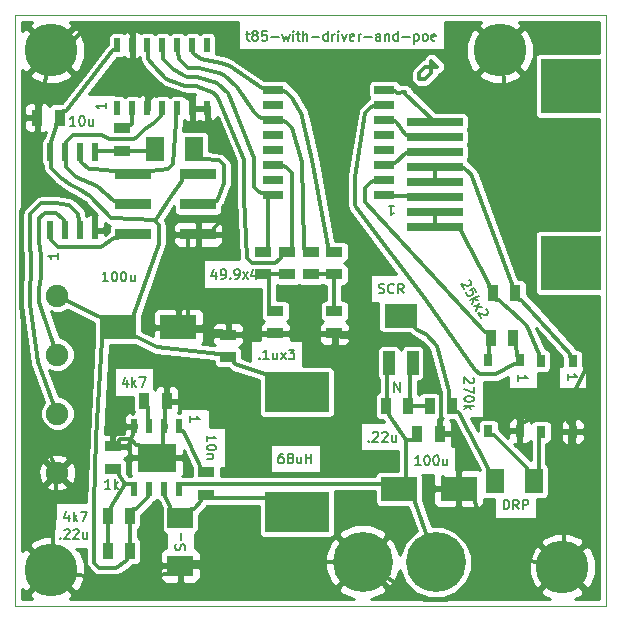
<source format=gtl>
G04 (created by PCBNEW (2013-jul-07)-stable) date Wed 08 Apr 2015 02:36:29 PM EDT*
%MOIN*%
G04 Gerber Fmt 3.4, Leading zero omitted, Abs format*
%FSLAX34Y34*%
G01*
G70*
G90*
G04 APERTURE LIST*
%ADD10C,0.00590551*%
%ADD11C,0.0065*%
%ADD12C,0.00393701*%
%ADD13R,0.02X0.06*%
%ADD14R,0.02X0.045*%
%ADD15R,0.205X0.18*%
%ADD16R,0.187X0.025*%
%ADD17R,0.035X0.055*%
%ADD18R,0.119X0.038*%
%ADD19R,0.07X0.025*%
%ADD20C,0.0748031*%
%ADD21R,0.055X0.035*%
%ADD22C,0.176*%
%ADD23R,0.13X0.095*%
%ADD24R,0.06X0.08*%
%ADD25R,0.12X0.08*%
%ADD26R,0.085X0.07*%
%ADD27R,0.1102X0.0787*%
%ADD28R,0.0394X0.0787*%
%ADD29R,0.03X0.04*%
%ADD30C,0.2*%
%ADD31R,0.213X0.134*%
%ADD32C,0.013*%
%ADD33C,0.01*%
G04 APERTURE END LIST*
G54D10*
G54D11*
X36822Y-20716D02*
X36944Y-20716D01*
X36868Y-20609D02*
X36868Y-20883D01*
X36883Y-20914D01*
X36914Y-20929D01*
X36944Y-20929D01*
X37097Y-20746D02*
X37066Y-20731D01*
X37051Y-20716D01*
X37036Y-20685D01*
X37036Y-20670D01*
X37051Y-20640D01*
X37066Y-20624D01*
X37097Y-20609D01*
X37158Y-20609D01*
X37188Y-20624D01*
X37203Y-20640D01*
X37219Y-20670D01*
X37219Y-20685D01*
X37203Y-20716D01*
X37188Y-20731D01*
X37158Y-20746D01*
X37097Y-20746D01*
X37066Y-20761D01*
X37051Y-20777D01*
X37036Y-20807D01*
X37036Y-20868D01*
X37051Y-20899D01*
X37066Y-20914D01*
X37097Y-20929D01*
X37158Y-20929D01*
X37188Y-20914D01*
X37203Y-20899D01*
X37219Y-20868D01*
X37219Y-20807D01*
X37203Y-20777D01*
X37188Y-20761D01*
X37158Y-20746D01*
X37508Y-20609D02*
X37356Y-20609D01*
X37340Y-20761D01*
X37356Y-20746D01*
X37386Y-20731D01*
X37462Y-20731D01*
X37493Y-20746D01*
X37508Y-20761D01*
X37523Y-20792D01*
X37523Y-20868D01*
X37508Y-20899D01*
X37493Y-20914D01*
X37462Y-20929D01*
X37386Y-20929D01*
X37356Y-20914D01*
X37340Y-20899D01*
X37660Y-20807D02*
X37904Y-20807D01*
X38026Y-20716D02*
X38087Y-20929D01*
X38148Y-20777D01*
X38209Y-20929D01*
X38270Y-20716D01*
X38392Y-20929D02*
X38392Y-20716D01*
X38392Y-20609D02*
X38377Y-20624D01*
X38392Y-20640D01*
X38407Y-20624D01*
X38392Y-20609D01*
X38392Y-20640D01*
X38499Y-20716D02*
X38620Y-20716D01*
X38544Y-20609D02*
X38544Y-20883D01*
X38560Y-20914D01*
X38590Y-20929D01*
X38620Y-20929D01*
X38727Y-20929D02*
X38727Y-20609D01*
X38864Y-20929D02*
X38864Y-20761D01*
X38849Y-20731D01*
X38819Y-20716D01*
X38773Y-20716D01*
X38742Y-20731D01*
X38727Y-20746D01*
X39017Y-20807D02*
X39260Y-20807D01*
X39550Y-20929D02*
X39550Y-20609D01*
X39550Y-20914D02*
X39520Y-20929D01*
X39459Y-20929D01*
X39428Y-20914D01*
X39413Y-20899D01*
X39398Y-20868D01*
X39398Y-20777D01*
X39413Y-20746D01*
X39428Y-20731D01*
X39459Y-20716D01*
X39520Y-20716D01*
X39550Y-20731D01*
X39702Y-20929D02*
X39702Y-20716D01*
X39702Y-20777D02*
X39718Y-20746D01*
X39733Y-20731D01*
X39763Y-20716D01*
X39794Y-20716D01*
X39900Y-20929D02*
X39900Y-20716D01*
X39900Y-20609D02*
X39885Y-20624D01*
X39900Y-20640D01*
X39916Y-20624D01*
X39900Y-20609D01*
X39900Y-20640D01*
X40022Y-20716D02*
X40099Y-20929D01*
X40175Y-20716D01*
X40419Y-20914D02*
X40388Y-20929D01*
X40327Y-20929D01*
X40297Y-20914D01*
X40281Y-20883D01*
X40281Y-20761D01*
X40297Y-20731D01*
X40327Y-20716D01*
X40388Y-20716D01*
X40419Y-20731D01*
X40434Y-20761D01*
X40434Y-20792D01*
X40281Y-20822D01*
X40571Y-20929D02*
X40571Y-20716D01*
X40571Y-20777D02*
X40586Y-20746D01*
X40601Y-20731D01*
X40632Y-20716D01*
X40662Y-20716D01*
X40769Y-20807D02*
X41013Y-20807D01*
X41302Y-20929D02*
X41302Y-20761D01*
X41287Y-20731D01*
X41257Y-20716D01*
X41196Y-20716D01*
X41165Y-20731D01*
X41302Y-20914D02*
X41272Y-20929D01*
X41196Y-20929D01*
X41165Y-20914D01*
X41150Y-20883D01*
X41150Y-20853D01*
X41165Y-20822D01*
X41196Y-20807D01*
X41272Y-20807D01*
X41302Y-20792D01*
X41455Y-20716D02*
X41455Y-20929D01*
X41455Y-20746D02*
X41470Y-20731D01*
X41500Y-20716D01*
X41546Y-20716D01*
X41577Y-20731D01*
X41592Y-20761D01*
X41592Y-20929D01*
X41881Y-20929D02*
X41881Y-20609D01*
X41881Y-20914D02*
X41851Y-20929D01*
X41790Y-20929D01*
X41760Y-20914D01*
X41744Y-20899D01*
X41729Y-20868D01*
X41729Y-20777D01*
X41744Y-20746D01*
X41760Y-20731D01*
X41790Y-20716D01*
X41851Y-20716D01*
X41881Y-20731D01*
X42034Y-20807D02*
X42278Y-20807D01*
X42430Y-20716D02*
X42430Y-21036D01*
X42430Y-20731D02*
X42460Y-20716D01*
X42521Y-20716D01*
X42552Y-20731D01*
X42567Y-20746D01*
X42582Y-20777D01*
X42582Y-20868D01*
X42567Y-20899D01*
X42552Y-20914D01*
X42521Y-20929D01*
X42460Y-20929D01*
X42430Y-20914D01*
X42765Y-20929D02*
X42735Y-20914D01*
X42720Y-20899D01*
X42704Y-20868D01*
X42704Y-20777D01*
X42720Y-20746D01*
X42735Y-20731D01*
X42765Y-20716D01*
X42811Y-20716D01*
X42841Y-20731D01*
X42857Y-20746D01*
X42872Y-20777D01*
X42872Y-20868D01*
X42857Y-20899D01*
X42841Y-20914D01*
X42811Y-20929D01*
X42765Y-20929D01*
X43131Y-20914D02*
X43100Y-20929D01*
X43039Y-20929D01*
X43009Y-20914D01*
X42994Y-20883D01*
X42994Y-20761D01*
X43009Y-20731D01*
X43039Y-20716D01*
X43100Y-20716D01*
X43131Y-20731D01*
X43146Y-20761D01*
X43146Y-20792D01*
X42994Y-20822D01*
X32869Y-32256D02*
X32869Y-32469D01*
X32792Y-32134D02*
X32716Y-32362D01*
X32914Y-32362D01*
X33036Y-32469D02*
X33036Y-32149D01*
X33067Y-32347D02*
X33158Y-32469D01*
X33158Y-32256D02*
X33036Y-32378D01*
X33265Y-32149D02*
X33478Y-32149D01*
X33341Y-32469D01*
X30623Y-37507D02*
X30638Y-37522D01*
X30623Y-37537D01*
X30608Y-37522D01*
X30623Y-37507D01*
X30623Y-37537D01*
X30760Y-37248D02*
X30775Y-37232D01*
X30806Y-37217D01*
X30882Y-37217D01*
X30913Y-37232D01*
X30928Y-37248D01*
X30943Y-37278D01*
X30943Y-37308D01*
X30928Y-37354D01*
X30745Y-37537D01*
X30943Y-37537D01*
X31065Y-37248D02*
X31080Y-37232D01*
X31111Y-37217D01*
X31187Y-37217D01*
X31217Y-37232D01*
X31233Y-37248D01*
X31248Y-37278D01*
X31248Y-37308D01*
X31233Y-37354D01*
X31050Y-37537D01*
X31248Y-37537D01*
X31522Y-37324D02*
X31522Y-37537D01*
X31385Y-37324D02*
X31385Y-37491D01*
X31400Y-37522D01*
X31431Y-37537D01*
X31476Y-37537D01*
X31507Y-37522D01*
X31522Y-37507D01*
X30908Y-36736D02*
X30908Y-36949D01*
X30831Y-36614D02*
X30755Y-36842D01*
X30953Y-36842D01*
X31075Y-36949D02*
X31075Y-36629D01*
X31106Y-36827D02*
X31197Y-36949D01*
X31197Y-36736D02*
X31075Y-36858D01*
X31304Y-36629D02*
X31517Y-36629D01*
X31380Y-36949D01*
X32301Y-35869D02*
X32119Y-35869D01*
X32210Y-35869D02*
X32210Y-35549D01*
X32180Y-35595D01*
X32149Y-35625D01*
X32119Y-35640D01*
X32439Y-35869D02*
X32439Y-35549D01*
X32469Y-35747D02*
X32560Y-35869D01*
X32560Y-35656D02*
X32439Y-35778D01*
X35510Y-34284D02*
X35510Y-34101D01*
X35510Y-34192D02*
X35830Y-34192D01*
X35784Y-34162D01*
X35754Y-34131D01*
X35739Y-34101D01*
X35830Y-34482D02*
X35830Y-34512D01*
X35815Y-34543D01*
X35800Y-34558D01*
X35769Y-34573D01*
X35708Y-34589D01*
X35632Y-34589D01*
X35571Y-34573D01*
X35540Y-34558D01*
X35525Y-34543D01*
X35510Y-34512D01*
X35510Y-34482D01*
X35525Y-34451D01*
X35540Y-34436D01*
X35571Y-34421D01*
X35632Y-34406D01*
X35708Y-34406D01*
X35769Y-34421D01*
X35800Y-34436D01*
X35815Y-34451D01*
X35830Y-34482D01*
X35723Y-34726D02*
X35510Y-34726D01*
X35693Y-34726D02*
X35708Y-34741D01*
X35723Y-34771D01*
X35723Y-34817D01*
X35708Y-34848D01*
X35678Y-34863D01*
X35510Y-34863D01*
X44240Y-28902D02*
X44261Y-28908D01*
X44290Y-28926D01*
X44328Y-28992D01*
X44330Y-29026D01*
X44324Y-29047D01*
X44305Y-29076D01*
X44279Y-29091D01*
X44232Y-29101D01*
X43982Y-29034D01*
X44081Y-29205D01*
X44503Y-29296D02*
X44427Y-29164D01*
X44287Y-29227D01*
X44308Y-29233D01*
X44337Y-29251D01*
X44375Y-29317D01*
X44377Y-29351D01*
X44371Y-29372D01*
X44352Y-29401D01*
X44286Y-29439D01*
X44252Y-29441D01*
X44231Y-29435D01*
X44203Y-29416D01*
X44165Y-29350D01*
X44163Y-29316D01*
X44168Y-29296D01*
X44302Y-29588D02*
X44579Y-29428D01*
X44423Y-29553D02*
X44363Y-29693D01*
X44548Y-29587D02*
X44381Y-29542D01*
X44416Y-29786D02*
X44685Y-29824D01*
X44601Y-29679D02*
X44500Y-29931D01*
X44804Y-29879D02*
X44825Y-29884D01*
X44854Y-29903D01*
X44892Y-29969D01*
X44894Y-30003D01*
X44888Y-30024D01*
X44869Y-30052D01*
X44843Y-30067D01*
X44796Y-30077D01*
X44546Y-30010D01*
X44645Y-30182D01*
X45404Y-36557D02*
X45404Y-36237D01*
X45480Y-36237D01*
X45526Y-36252D01*
X45556Y-36283D01*
X45571Y-36313D01*
X45587Y-36374D01*
X45587Y-36420D01*
X45571Y-36481D01*
X45556Y-36511D01*
X45526Y-36542D01*
X45480Y-36557D01*
X45404Y-36557D01*
X45907Y-36557D02*
X45800Y-36405D01*
X45724Y-36557D02*
X45724Y-36237D01*
X45846Y-36237D01*
X45876Y-36252D01*
X45891Y-36268D01*
X45907Y-36298D01*
X45907Y-36344D01*
X45891Y-36374D01*
X45876Y-36389D01*
X45846Y-36405D01*
X45724Y-36405D01*
X46044Y-36557D02*
X46044Y-36237D01*
X46166Y-36237D01*
X46196Y-36252D01*
X46211Y-36268D01*
X46227Y-36298D01*
X46227Y-36344D01*
X46211Y-36374D01*
X46196Y-36389D01*
X46166Y-36405D01*
X46044Y-36405D01*
X44390Y-32174D02*
X44405Y-32189D01*
X44420Y-32220D01*
X44420Y-32296D01*
X44405Y-32326D01*
X44390Y-32341D01*
X44359Y-32357D01*
X44329Y-32357D01*
X44283Y-32341D01*
X44100Y-32159D01*
X44100Y-32357D01*
X44420Y-32463D02*
X44420Y-32677D01*
X44100Y-32540D01*
X44420Y-32860D02*
X44420Y-32890D01*
X44405Y-32920D01*
X44390Y-32936D01*
X44359Y-32951D01*
X44298Y-32966D01*
X44222Y-32966D01*
X44161Y-32951D01*
X44130Y-32936D01*
X44115Y-32920D01*
X44100Y-32890D01*
X44100Y-32860D01*
X44115Y-32829D01*
X44130Y-32814D01*
X44161Y-32799D01*
X44222Y-32783D01*
X44298Y-32783D01*
X44359Y-32799D01*
X44390Y-32814D01*
X44405Y-32829D01*
X44420Y-32860D01*
X44100Y-33103D02*
X44420Y-33103D01*
X44222Y-33134D02*
X44100Y-33225D01*
X44313Y-33225D02*
X44191Y-33103D01*
X40913Y-34266D02*
X40928Y-34281D01*
X40913Y-34296D01*
X40898Y-34281D01*
X40913Y-34266D01*
X40913Y-34296D01*
X41050Y-34007D02*
X41065Y-33991D01*
X41096Y-33976D01*
X41172Y-33976D01*
X41203Y-33991D01*
X41218Y-34007D01*
X41233Y-34037D01*
X41233Y-34067D01*
X41218Y-34113D01*
X41035Y-34296D01*
X41233Y-34296D01*
X41355Y-34007D02*
X41370Y-33991D01*
X41401Y-33976D01*
X41477Y-33976D01*
X41507Y-33991D01*
X41523Y-34007D01*
X41538Y-34037D01*
X41538Y-34067D01*
X41523Y-34113D01*
X41340Y-34296D01*
X41538Y-34296D01*
X41812Y-34083D02*
X41812Y-34296D01*
X41675Y-34083D02*
X41675Y-34250D01*
X41690Y-34281D01*
X41721Y-34296D01*
X41766Y-34296D01*
X41797Y-34281D01*
X41812Y-34266D01*
X41768Y-32644D02*
X41768Y-32324D01*
X41951Y-32644D01*
X41951Y-32324D01*
X41248Y-29334D02*
X41294Y-29349D01*
X41370Y-29349D01*
X41400Y-29334D01*
X41416Y-29319D01*
X41431Y-29288D01*
X41431Y-29258D01*
X41416Y-29227D01*
X41400Y-29212D01*
X41370Y-29197D01*
X41309Y-29181D01*
X41279Y-29166D01*
X41263Y-29151D01*
X41248Y-29120D01*
X41248Y-29090D01*
X41263Y-29060D01*
X41279Y-29044D01*
X41309Y-29029D01*
X41385Y-29029D01*
X41431Y-29044D01*
X41751Y-29319D02*
X41736Y-29334D01*
X41690Y-29349D01*
X41660Y-29349D01*
X41614Y-29334D01*
X41583Y-29303D01*
X41568Y-29273D01*
X41553Y-29212D01*
X41553Y-29166D01*
X41568Y-29105D01*
X41583Y-29075D01*
X41614Y-29044D01*
X41660Y-29029D01*
X41690Y-29029D01*
X41736Y-29044D01*
X41751Y-29060D01*
X42071Y-29349D02*
X41964Y-29197D01*
X41888Y-29349D02*
X41888Y-29029D01*
X42010Y-29029D01*
X42040Y-29044D01*
X42056Y-29060D01*
X42071Y-29090D01*
X42071Y-29136D01*
X42056Y-29166D01*
X42040Y-29181D01*
X42010Y-29197D01*
X41888Y-29197D01*
X41578Y-26435D02*
X41761Y-26435D01*
X41669Y-26435D02*
X41669Y-26755D01*
X41700Y-26709D01*
X41730Y-26679D01*
X41761Y-26664D01*
X47540Y-32236D02*
X47540Y-32053D01*
X47540Y-32145D02*
X47860Y-32145D01*
X47814Y-32114D01*
X47784Y-32084D01*
X47769Y-32053D01*
X45890Y-32266D02*
X45890Y-32083D01*
X45890Y-32175D02*
X46210Y-32175D01*
X46164Y-32144D01*
X46134Y-32114D01*
X46119Y-32083D01*
X42641Y-35079D02*
X42459Y-35079D01*
X42550Y-35079D02*
X42550Y-34759D01*
X42520Y-34805D01*
X42489Y-34835D01*
X42459Y-34850D01*
X42840Y-34759D02*
X42870Y-34759D01*
X42900Y-34774D01*
X42916Y-34790D01*
X42931Y-34820D01*
X42946Y-34881D01*
X42946Y-34957D01*
X42931Y-35018D01*
X42916Y-35049D01*
X42900Y-35064D01*
X42870Y-35079D01*
X42840Y-35079D01*
X42809Y-35064D01*
X42794Y-35049D01*
X42779Y-35018D01*
X42763Y-34957D01*
X42763Y-34881D01*
X42779Y-34820D01*
X42794Y-34790D01*
X42809Y-34774D01*
X42840Y-34759D01*
X43144Y-34759D02*
X43175Y-34759D01*
X43205Y-34774D01*
X43220Y-34790D01*
X43236Y-34820D01*
X43251Y-34881D01*
X43251Y-34957D01*
X43236Y-35018D01*
X43220Y-35049D01*
X43205Y-35064D01*
X43175Y-35079D01*
X43144Y-35079D01*
X43114Y-35064D01*
X43099Y-35049D01*
X43083Y-35018D01*
X43068Y-34957D01*
X43068Y-34881D01*
X43083Y-34820D01*
X43099Y-34790D01*
X43114Y-34774D01*
X43144Y-34759D01*
X43525Y-34866D02*
X43525Y-35079D01*
X43388Y-34866D02*
X43388Y-35033D01*
X43403Y-35064D01*
X43434Y-35079D01*
X43480Y-35079D01*
X43510Y-35064D01*
X43525Y-35049D01*
X34954Y-33642D02*
X34954Y-33459D01*
X34954Y-33551D02*
X35274Y-33551D01*
X35228Y-33520D01*
X35198Y-33490D01*
X35183Y-33459D01*
X34774Y-37909D02*
X34789Y-37863D01*
X34789Y-37787D01*
X34774Y-37757D01*
X34759Y-37741D01*
X34728Y-37726D01*
X34698Y-37726D01*
X34667Y-37741D01*
X34652Y-37757D01*
X34637Y-37787D01*
X34621Y-37848D01*
X34606Y-37879D01*
X34591Y-37894D01*
X34560Y-37909D01*
X34530Y-37909D01*
X34500Y-37894D01*
X34484Y-37879D01*
X34469Y-37848D01*
X34469Y-37772D01*
X34484Y-37726D01*
X34667Y-37589D02*
X34667Y-37345D01*
X38052Y-34701D02*
X37991Y-34701D01*
X37960Y-34716D01*
X37945Y-34732D01*
X37915Y-34777D01*
X37899Y-34838D01*
X37899Y-34960D01*
X37915Y-34991D01*
X37930Y-35006D01*
X37960Y-35021D01*
X38021Y-35021D01*
X38052Y-35006D01*
X38067Y-34991D01*
X38082Y-34960D01*
X38082Y-34884D01*
X38067Y-34853D01*
X38052Y-34838D01*
X38021Y-34823D01*
X37960Y-34823D01*
X37930Y-34838D01*
X37915Y-34853D01*
X37899Y-34884D01*
X38265Y-34838D02*
X38235Y-34823D01*
X38219Y-34808D01*
X38204Y-34777D01*
X38204Y-34762D01*
X38219Y-34732D01*
X38235Y-34716D01*
X38265Y-34701D01*
X38326Y-34701D01*
X38356Y-34716D01*
X38372Y-34732D01*
X38387Y-34762D01*
X38387Y-34777D01*
X38372Y-34808D01*
X38356Y-34823D01*
X38326Y-34838D01*
X38265Y-34838D01*
X38235Y-34853D01*
X38219Y-34869D01*
X38204Y-34899D01*
X38204Y-34960D01*
X38219Y-34991D01*
X38235Y-35006D01*
X38265Y-35021D01*
X38326Y-35021D01*
X38356Y-35006D01*
X38372Y-34991D01*
X38387Y-34960D01*
X38387Y-34899D01*
X38372Y-34869D01*
X38356Y-34853D01*
X38326Y-34838D01*
X38661Y-34808D02*
X38661Y-35021D01*
X38524Y-34808D02*
X38524Y-34975D01*
X38539Y-35006D01*
X38570Y-35021D01*
X38616Y-35021D01*
X38646Y-35006D01*
X38661Y-34991D01*
X38814Y-35021D02*
X38814Y-34701D01*
X38814Y-34853D02*
X38996Y-34853D01*
X38996Y-35021D02*
X38996Y-34701D01*
X37262Y-31522D02*
X37278Y-31537D01*
X37262Y-31552D01*
X37247Y-31537D01*
X37262Y-31522D01*
X37262Y-31552D01*
X37582Y-31552D02*
X37400Y-31552D01*
X37491Y-31552D02*
X37491Y-31232D01*
X37461Y-31278D01*
X37430Y-31308D01*
X37400Y-31323D01*
X37857Y-31339D02*
X37857Y-31552D01*
X37720Y-31339D02*
X37720Y-31506D01*
X37735Y-31537D01*
X37765Y-31552D01*
X37811Y-31552D01*
X37842Y-31537D01*
X37857Y-31522D01*
X37979Y-31552D02*
X38146Y-31339D01*
X37979Y-31339D02*
X38146Y-31552D01*
X38238Y-31232D02*
X38436Y-31232D01*
X38329Y-31354D01*
X38375Y-31354D01*
X38405Y-31369D01*
X38421Y-31384D01*
X38436Y-31415D01*
X38436Y-31491D01*
X38421Y-31522D01*
X38405Y-31537D01*
X38375Y-31552D01*
X38283Y-31552D01*
X38253Y-31537D01*
X38238Y-31522D01*
X35818Y-28656D02*
X35818Y-28869D01*
X35741Y-28534D02*
X35665Y-28762D01*
X35863Y-28762D01*
X36000Y-28869D02*
X36061Y-28869D01*
X36092Y-28854D01*
X36107Y-28839D01*
X36138Y-28793D01*
X36153Y-28732D01*
X36153Y-28610D01*
X36138Y-28580D01*
X36122Y-28564D01*
X36092Y-28549D01*
X36031Y-28549D01*
X36000Y-28564D01*
X35985Y-28580D01*
X35970Y-28610D01*
X35970Y-28686D01*
X35985Y-28717D01*
X36000Y-28732D01*
X36031Y-28747D01*
X36092Y-28747D01*
X36122Y-28732D01*
X36138Y-28717D01*
X36153Y-28686D01*
X36290Y-28839D02*
X36305Y-28854D01*
X36290Y-28869D01*
X36275Y-28854D01*
X36290Y-28839D01*
X36290Y-28869D01*
X36458Y-28869D02*
X36519Y-28869D01*
X36549Y-28854D01*
X36564Y-28839D01*
X36595Y-28793D01*
X36610Y-28732D01*
X36610Y-28610D01*
X36595Y-28580D01*
X36580Y-28564D01*
X36549Y-28549D01*
X36488Y-28549D01*
X36458Y-28564D01*
X36442Y-28580D01*
X36427Y-28610D01*
X36427Y-28686D01*
X36442Y-28717D01*
X36458Y-28732D01*
X36488Y-28747D01*
X36549Y-28747D01*
X36580Y-28732D01*
X36595Y-28717D01*
X36610Y-28686D01*
X36717Y-28869D02*
X36884Y-28656D01*
X36717Y-28656D02*
X36884Y-28869D01*
X37143Y-28656D02*
X37143Y-28869D01*
X37067Y-28534D02*
X36991Y-28762D01*
X37189Y-28762D01*
X32223Y-28949D02*
X32041Y-28949D01*
X32132Y-28949D02*
X32132Y-28629D01*
X32102Y-28675D01*
X32071Y-28705D01*
X32041Y-28720D01*
X32422Y-28629D02*
X32452Y-28629D01*
X32482Y-28644D01*
X32498Y-28660D01*
X32513Y-28690D01*
X32528Y-28751D01*
X32528Y-28827D01*
X32513Y-28888D01*
X32498Y-28919D01*
X32482Y-28934D01*
X32452Y-28949D01*
X32422Y-28949D01*
X32391Y-28934D01*
X32376Y-28919D01*
X32361Y-28888D01*
X32345Y-28827D01*
X32345Y-28751D01*
X32361Y-28690D01*
X32376Y-28660D01*
X32391Y-28644D01*
X32422Y-28629D01*
X32726Y-28629D02*
X32757Y-28629D01*
X32787Y-28644D01*
X32802Y-28660D01*
X32818Y-28690D01*
X32833Y-28751D01*
X32833Y-28827D01*
X32818Y-28888D01*
X32802Y-28919D01*
X32787Y-28934D01*
X32757Y-28949D01*
X32726Y-28949D01*
X32696Y-28934D01*
X32681Y-28919D01*
X32665Y-28888D01*
X32650Y-28827D01*
X32650Y-28751D01*
X32665Y-28690D01*
X32681Y-28660D01*
X32696Y-28644D01*
X32726Y-28629D01*
X33107Y-28736D02*
X33107Y-28949D01*
X32970Y-28736D02*
X32970Y-28903D01*
X32985Y-28934D01*
X33016Y-28949D01*
X33062Y-28949D01*
X33092Y-28934D01*
X33107Y-28919D01*
X30549Y-28018D02*
X30549Y-28201D01*
X30549Y-28109D02*
X30229Y-28109D01*
X30275Y-28140D01*
X30305Y-28170D01*
X30320Y-28201D01*
X31133Y-23761D02*
X30950Y-23761D01*
X31041Y-23761D02*
X31041Y-23441D01*
X31011Y-23487D01*
X30980Y-23517D01*
X30950Y-23532D01*
X31331Y-23441D02*
X31361Y-23441D01*
X31392Y-23456D01*
X31407Y-23472D01*
X31422Y-23502D01*
X31438Y-23563D01*
X31438Y-23639D01*
X31422Y-23700D01*
X31407Y-23731D01*
X31392Y-23746D01*
X31361Y-23761D01*
X31331Y-23761D01*
X31300Y-23746D01*
X31285Y-23731D01*
X31270Y-23700D01*
X31255Y-23639D01*
X31255Y-23563D01*
X31270Y-23502D01*
X31285Y-23472D01*
X31300Y-23456D01*
X31331Y-23441D01*
X31712Y-23548D02*
X31712Y-23761D01*
X31575Y-23548D02*
X31575Y-23715D01*
X31590Y-23746D01*
X31620Y-23761D01*
X31666Y-23761D01*
X31697Y-23746D01*
X31712Y-23731D01*
X32139Y-23008D02*
X32139Y-23191D01*
X32139Y-23099D02*
X31819Y-23099D01*
X31865Y-23130D01*
X31895Y-23160D01*
X31910Y-23191D01*
G54D12*
X48818Y-39763D02*
X48818Y-20078D01*
X29133Y-39763D02*
X48818Y-39763D01*
X29133Y-20078D02*
X29133Y-39763D01*
X48818Y-20078D02*
X29133Y-20078D01*
G54D13*
X30281Y-24643D03*
X30781Y-24643D03*
X31281Y-24643D03*
X31781Y-24643D03*
X31781Y-27243D03*
X31281Y-27243D03*
X30781Y-27243D03*
X30281Y-27243D03*
G54D14*
X32524Y-23183D03*
X33024Y-23183D03*
X33524Y-23183D03*
X34024Y-23183D03*
X34524Y-23183D03*
X35024Y-23183D03*
X35524Y-23183D03*
X35524Y-21083D03*
X35024Y-21083D03*
X34524Y-21083D03*
X34024Y-21083D03*
X33524Y-21083D03*
X33024Y-21083D03*
X32524Y-21083D03*
G54D15*
X47663Y-22431D03*
G54D16*
X43113Y-23631D03*
X43113Y-24131D03*
X43113Y-24631D03*
X43113Y-25131D03*
X43113Y-25631D03*
X43113Y-26131D03*
X43113Y-26631D03*
X43113Y-27131D03*
G54D15*
X47663Y-28331D03*
G54D17*
X30604Y-23495D03*
X29854Y-23495D03*
G54D18*
X35221Y-25389D03*
X35221Y-26389D03*
X35221Y-27389D03*
X33041Y-25389D03*
X33041Y-26389D03*
X33041Y-27389D03*
G54D19*
X41426Y-26066D03*
X41426Y-25566D03*
X41426Y-25066D03*
X41426Y-24566D03*
X41426Y-24066D03*
X41426Y-23566D03*
X41426Y-23066D03*
X41426Y-22566D03*
X37726Y-22566D03*
X37726Y-23066D03*
X37726Y-23566D03*
X37726Y-24066D03*
X37726Y-24566D03*
X37726Y-25066D03*
X37726Y-25566D03*
X37726Y-26066D03*
G54D20*
X30531Y-29427D03*
X30531Y-31396D03*
X30531Y-33364D03*
X30531Y-35333D03*
G54D21*
X32675Y-24595D03*
X32675Y-23845D03*
G54D22*
X47368Y-38487D03*
G54D14*
X34592Y-35883D03*
X34592Y-33783D03*
X34092Y-35883D03*
X33592Y-35883D03*
X33092Y-35883D03*
X34092Y-33783D03*
X33592Y-33783D03*
X33092Y-33783D03*
G54D23*
X33842Y-34833D03*
G54D24*
X45131Y-35611D03*
X46431Y-35611D03*
G54D17*
X45726Y-30837D03*
X44976Y-30837D03*
X45795Y-29352D03*
X45045Y-29352D03*
X32208Y-37943D03*
X32958Y-37943D03*
X34178Y-32943D03*
X33428Y-32943D03*
X32208Y-36762D03*
X32958Y-36762D03*
X42235Y-33110D03*
X41485Y-33110D03*
X43696Y-33110D03*
X42946Y-33110D03*
X42526Y-34040D03*
X43276Y-34040D03*
G54D21*
X35500Y-36068D03*
X35500Y-35318D03*
X32385Y-35208D03*
X32385Y-34458D03*
G54D25*
X41907Y-35868D03*
X43907Y-35868D03*
G54D26*
X34630Y-38428D03*
X34630Y-36828D03*
G54D27*
X41978Y-30096D03*
G54D28*
X42372Y-31670D03*
X41584Y-31670D03*
G54D29*
X45944Y-33939D03*
X44894Y-33939D03*
X45944Y-31579D03*
X44884Y-31579D03*
X47705Y-33965D03*
X46655Y-33965D03*
X47705Y-31605D03*
X46645Y-31605D03*
G54D30*
X40707Y-38309D03*
X43146Y-38324D03*
G54D31*
X38511Y-36649D03*
X38511Y-32649D03*
G54D25*
X32566Y-30481D03*
X34566Y-30481D03*
G54D21*
X39763Y-27971D03*
X39763Y-28721D03*
X38976Y-27971D03*
X38976Y-28721D03*
X38188Y-27971D03*
X38188Y-28721D03*
X37401Y-27971D03*
X37401Y-28721D03*
X39763Y-29939D03*
X39763Y-30689D03*
X37795Y-29939D03*
X37795Y-30689D03*
X36220Y-30727D03*
X36220Y-31477D03*
G54D22*
X45275Y-21259D03*
X30314Y-21259D03*
X30314Y-38582D03*
G54D24*
X35097Y-24535D03*
X33797Y-24535D03*
G54D32*
X42600Y-22200D02*
X42600Y-22000D01*
X42800Y-22200D02*
X42600Y-22200D01*
X43000Y-22000D02*
X42800Y-22200D01*
X43000Y-21800D02*
X43000Y-22000D01*
X42800Y-21800D02*
X43000Y-21800D01*
X42600Y-22000D02*
X42800Y-21800D01*
X43000Y-21800D02*
X43000Y-21600D01*
X43000Y-21600D02*
X43200Y-21800D01*
X43200Y-21800D02*
X43000Y-21800D01*
X45155Y-29562D02*
X45045Y-29352D01*
X45220Y-29562D02*
X45155Y-29562D01*
X45247Y-29562D02*
X45220Y-29562D01*
X45285Y-29600D02*
X45247Y-29562D01*
X45420Y-29736D02*
X45285Y-29600D01*
X45575Y-29892D02*
X45420Y-29736D01*
X46015Y-30287D02*
X45575Y-29892D01*
X46176Y-30449D02*
X46015Y-30287D01*
X46587Y-31367D02*
X46176Y-30449D01*
X46587Y-31405D02*
X46587Y-31367D01*
X46587Y-31470D02*
X46587Y-31405D01*
X46645Y-31605D02*
X46587Y-31470D01*
X43983Y-27191D02*
X43113Y-27131D01*
X43983Y-27256D02*
X43983Y-27191D01*
X43983Y-27283D02*
X43983Y-27256D01*
X44935Y-29050D02*
X43983Y-27283D01*
X44935Y-29077D02*
X44935Y-29050D01*
X44935Y-29142D02*
X44935Y-29077D01*
X45045Y-29352D02*
X44935Y-29142D01*
X43113Y-26691D02*
X43113Y-26631D01*
X43113Y-26756D02*
X43113Y-26691D01*
X43113Y-27006D02*
X43113Y-26756D01*
X43113Y-27071D02*
X43113Y-27006D01*
X43113Y-27131D02*
X43113Y-27071D01*
X32595Y-35410D02*
X32777Y-35717D01*
X32595Y-35383D02*
X32595Y-35410D01*
X32595Y-35318D02*
X32595Y-35383D01*
X32385Y-35208D02*
X32595Y-35318D01*
X32318Y-36552D02*
X32208Y-36762D01*
X32318Y-36487D02*
X32318Y-36552D01*
X32318Y-36460D02*
X32318Y-36487D01*
X32777Y-35717D02*
X32318Y-36460D01*
X32208Y-37733D02*
X32208Y-37943D01*
X32208Y-37668D02*
X32208Y-37733D01*
X32208Y-37037D02*
X32208Y-37668D01*
X32208Y-36972D02*
X32208Y-37037D01*
X32208Y-36762D02*
X32208Y-36972D01*
X32965Y-35723D02*
X32777Y-35717D01*
X32992Y-35723D02*
X32965Y-35723D01*
X33057Y-35723D02*
X32992Y-35723D01*
X33092Y-35883D02*
X33057Y-35723D01*
X33538Y-33153D02*
X33428Y-32943D01*
X33538Y-33218D02*
X33538Y-33153D01*
X33538Y-33245D02*
X33538Y-33218D01*
X33557Y-33531D02*
X33538Y-33245D01*
X33557Y-33558D02*
X33557Y-33531D01*
X33557Y-33623D02*
X33557Y-33558D01*
X33592Y-33783D02*
X33557Y-33623D01*
X35710Y-36178D02*
X35500Y-36068D01*
X35775Y-36178D02*
X35710Y-36178D01*
X37446Y-36178D02*
X35775Y-36178D01*
X37511Y-36178D02*
X37446Y-36178D01*
X38511Y-36649D02*
X37511Y-36178D01*
X34270Y-36543D02*
X34630Y-36828D01*
X34270Y-36478D02*
X34270Y-36543D01*
X34270Y-36451D02*
X34270Y-36478D01*
X34127Y-36135D02*
X34270Y-36451D01*
X34127Y-36108D02*
X34127Y-36135D01*
X34127Y-36043D02*
X34127Y-36108D01*
X34092Y-35883D02*
X34127Y-36043D01*
X35317Y-36178D02*
X35500Y-36068D01*
X35317Y-36243D02*
X35317Y-36178D01*
X35317Y-36281D02*
X35317Y-36243D01*
X35120Y-36505D02*
X35317Y-36281D01*
X35082Y-36543D02*
X35120Y-36505D01*
X35055Y-36543D02*
X35082Y-36543D01*
X34990Y-36543D02*
X35055Y-36543D01*
X34630Y-36828D02*
X34990Y-36543D01*
X30746Y-27008D02*
X30781Y-27243D01*
X30746Y-26943D02*
X30746Y-27008D01*
X30746Y-26916D02*
X30746Y-26943D01*
X30708Y-26878D02*
X30746Y-26916D01*
X30487Y-26686D02*
X30708Y-26878D01*
X30425Y-26680D02*
X30487Y-26686D01*
X30358Y-26673D02*
X30425Y-26680D01*
X30134Y-26673D02*
X30358Y-26673D01*
X30080Y-26698D02*
X30134Y-26673D01*
X29936Y-26841D02*
X30080Y-26698D01*
X29936Y-27441D02*
X29936Y-26841D01*
X29936Y-27644D02*
X29936Y-27441D01*
X29997Y-28090D02*
X29936Y-27644D01*
X29997Y-28250D02*
X29997Y-28090D01*
X29997Y-28807D02*
X29997Y-28250D01*
X29920Y-29199D02*
X29997Y-28807D01*
X29920Y-29656D02*
X29920Y-29199D01*
X30531Y-31396D02*
X29920Y-29656D01*
X38011Y-23626D02*
X37726Y-23566D01*
X38076Y-23626D02*
X38011Y-23626D01*
X38103Y-23626D02*
X38076Y-23626D01*
X38190Y-23666D02*
X38103Y-23626D01*
X38351Y-23827D02*
X38190Y-23666D01*
X38691Y-24962D02*
X38351Y-23827D01*
X38766Y-27769D02*
X38691Y-24962D01*
X38766Y-27796D02*
X38766Y-27769D01*
X38766Y-27861D02*
X38766Y-27796D01*
X38976Y-27971D02*
X38766Y-27861D01*
X34559Y-21243D02*
X34524Y-21083D01*
X34559Y-21308D02*
X34559Y-21243D01*
X34559Y-21335D02*
X34559Y-21308D01*
X34595Y-21520D02*
X34559Y-21335D01*
X34600Y-21532D02*
X34595Y-21520D01*
X34900Y-21831D02*
X34600Y-21532D01*
X34912Y-21836D02*
X34900Y-21831D01*
X35254Y-21836D02*
X34912Y-21836D01*
X35920Y-22003D02*
X35254Y-21836D01*
X36089Y-22073D02*
X35920Y-22003D01*
X36509Y-22492D02*
X36089Y-22073D01*
X37101Y-23305D02*
X36509Y-22492D01*
X37262Y-23466D02*
X37101Y-23305D01*
X37349Y-23506D02*
X37262Y-23466D01*
X37376Y-23506D02*
X37349Y-23506D01*
X37441Y-23506D02*
X37376Y-23506D01*
X37726Y-23566D02*
X37441Y-23506D01*
X35290Y-35208D02*
X35500Y-35318D01*
X35290Y-35143D02*
X35290Y-35208D01*
X35290Y-35116D02*
X35290Y-35143D01*
X34757Y-33981D02*
X35290Y-35116D01*
X34719Y-33943D02*
X34757Y-33981D01*
X34692Y-33943D02*
X34719Y-33943D01*
X34627Y-33943D02*
X34692Y-33943D01*
X34592Y-33783D02*
X34627Y-33943D01*
X35059Y-21243D02*
X35024Y-21083D01*
X35059Y-21308D02*
X35059Y-21243D01*
X35059Y-21335D02*
X35059Y-21308D01*
X35097Y-21373D02*
X35059Y-21335D01*
X35328Y-21540D02*
X35097Y-21373D01*
X35988Y-21663D02*
X35328Y-21540D01*
X36282Y-21784D02*
X35988Y-21663D01*
X37349Y-22506D02*
X36282Y-21784D01*
X37376Y-22506D02*
X37349Y-22506D01*
X37441Y-22506D02*
X37376Y-22506D01*
X37726Y-22566D02*
X37441Y-22506D01*
X38011Y-22626D02*
X37726Y-22566D01*
X38076Y-22626D02*
X38011Y-22626D01*
X38103Y-22626D02*
X38076Y-22626D01*
X38190Y-22666D02*
X38103Y-22626D01*
X38351Y-22827D02*
X38190Y-22666D01*
X38673Y-23418D02*
X38351Y-22827D01*
X38691Y-23462D02*
X38673Y-23418D01*
X39031Y-24894D02*
X38691Y-23462D01*
X39553Y-27769D02*
X39031Y-24894D01*
X39553Y-27796D02*
X39553Y-27769D01*
X39553Y-27861D02*
X39553Y-27796D01*
X39763Y-27971D02*
X39553Y-27861D01*
X42125Y-22702D02*
X43113Y-23631D01*
X42125Y-22637D02*
X42125Y-22702D01*
X41841Y-22664D02*
X42125Y-22637D01*
X41803Y-22626D02*
X41841Y-22664D01*
X41776Y-22626D02*
X41803Y-22626D01*
X41711Y-22626D02*
X41776Y-22626D01*
X41426Y-22566D02*
X41711Y-22626D01*
X45859Y-31714D02*
X45944Y-31579D01*
X45794Y-31714D02*
X45859Y-31714D01*
X45767Y-31714D02*
X45794Y-31714D01*
X45147Y-32054D02*
X45767Y-31714D01*
X44920Y-32054D02*
X45147Y-32054D01*
X44620Y-32054D02*
X44920Y-32054D01*
X44459Y-31893D02*
X44620Y-32054D01*
X42804Y-29588D02*
X44459Y-31893D01*
X40479Y-26464D02*
X42804Y-29588D01*
X40461Y-26420D02*
X40479Y-26464D01*
X40461Y-25962D02*
X40461Y-26420D01*
X40461Y-25462D02*
X40461Y-25962D01*
X40801Y-23327D02*
X40461Y-25462D01*
X40962Y-23166D02*
X40801Y-23327D01*
X41049Y-23126D02*
X40962Y-23166D01*
X41076Y-23126D02*
X41049Y-23126D01*
X41141Y-23126D02*
X41076Y-23126D01*
X41426Y-23066D02*
X41141Y-23126D01*
X45836Y-31047D02*
X45726Y-30837D01*
X45836Y-31112D02*
X45836Y-31047D01*
X45836Y-31139D02*
X45836Y-31112D01*
X45859Y-31352D02*
X45836Y-31139D01*
X45859Y-31379D02*
X45859Y-31352D01*
X45859Y-31444D02*
X45859Y-31379D01*
X45944Y-31579D02*
X45859Y-31444D01*
X42243Y-24691D02*
X43113Y-24631D01*
X42178Y-24691D02*
X42243Y-24691D01*
X42151Y-24691D02*
X42178Y-24691D01*
X41803Y-25006D02*
X42151Y-24691D01*
X41776Y-25006D02*
X41803Y-25006D01*
X41711Y-25006D02*
X41776Y-25006D01*
X41426Y-25066D02*
X41711Y-25006D01*
X44866Y-30627D02*
X44976Y-30837D01*
X44801Y-30627D02*
X44866Y-30627D01*
X44774Y-30627D02*
X44801Y-30627D01*
X44736Y-30589D02*
X44774Y-30627D01*
X40801Y-26305D02*
X44736Y-30589D01*
X40801Y-26077D02*
X40801Y-26305D01*
X40801Y-25827D02*
X40801Y-26077D01*
X40962Y-25666D02*
X40801Y-25827D01*
X41049Y-25626D02*
X40962Y-25666D01*
X41076Y-25626D02*
X41049Y-25626D01*
X41141Y-25626D02*
X41076Y-25626D01*
X41426Y-25566D02*
X41141Y-25626D01*
X44930Y-31047D02*
X44976Y-30837D01*
X44930Y-31112D02*
X44930Y-31047D01*
X44930Y-31379D02*
X44930Y-31112D01*
X44930Y-31444D02*
X44930Y-31379D01*
X44884Y-31579D02*
X44930Y-31444D01*
X30316Y-27478D02*
X30281Y-27243D01*
X30316Y-27543D02*
X30316Y-27478D01*
X30316Y-27570D02*
X30316Y-27543D01*
X30354Y-27608D02*
X30316Y-27570D01*
X30567Y-27818D02*
X30354Y-27608D01*
X31767Y-27818D02*
X30567Y-27818D01*
X31995Y-27818D02*
X31767Y-27818D01*
X32419Y-27514D02*
X31995Y-27818D01*
X32446Y-27514D02*
X32419Y-27514D01*
X32511Y-27514D02*
X32446Y-27514D01*
X33041Y-27389D02*
X32511Y-27514D01*
X31246Y-27008D02*
X31281Y-27243D01*
X31246Y-26943D02*
X31246Y-27008D01*
X31246Y-26916D02*
X31246Y-26943D01*
X31226Y-26728D02*
X31246Y-26916D01*
X31219Y-26710D02*
X31226Y-26728D01*
X30914Y-26405D02*
X31219Y-26710D01*
X30896Y-26398D02*
X30914Y-26405D01*
X30473Y-26337D02*
X30896Y-26398D01*
X30019Y-26337D02*
X30473Y-26337D01*
X29979Y-26354D02*
X30019Y-26337D01*
X29657Y-26675D02*
X29979Y-26354D01*
X29635Y-26704D02*
X29657Y-26675D01*
X29626Y-26726D02*
X29635Y-26704D01*
X29626Y-27326D02*
X29626Y-26726D01*
X29626Y-27760D02*
X29626Y-27326D01*
X29657Y-28157D02*
X29626Y-27760D01*
X29657Y-28318D02*
X29657Y-28157D01*
X29657Y-28740D02*
X29657Y-28318D01*
X29618Y-29139D02*
X29657Y-28740D01*
X29618Y-29716D02*
X29618Y-29139D01*
X29882Y-31632D02*
X29618Y-29716D01*
X30531Y-33364D02*
X29882Y-31632D01*
X42351Y-34235D02*
X42146Y-34235D01*
X42416Y-34235D02*
X42351Y-34235D01*
X42526Y-34040D02*
X42416Y-34235D01*
X41372Y-35693D02*
X41907Y-35868D01*
X41307Y-35693D02*
X41372Y-35693D01*
X35115Y-35693D02*
X41307Y-35693D01*
X34719Y-35723D02*
X35115Y-35693D01*
X34692Y-35723D02*
X34719Y-35723D01*
X34627Y-35723D02*
X34692Y-35723D01*
X34592Y-35883D02*
X34627Y-35723D01*
X42442Y-36203D02*
X41907Y-35868D01*
X42442Y-36268D02*
X42442Y-36203D01*
X42442Y-36295D02*
X42442Y-36268D01*
X43146Y-38324D02*
X42442Y-36295D01*
X41534Y-32900D02*
X41485Y-33110D01*
X41534Y-32835D02*
X41534Y-32900D01*
X41534Y-32063D02*
X41534Y-32835D01*
X41534Y-31998D02*
X41534Y-32063D01*
X41584Y-31670D02*
X41534Y-31998D01*
X42146Y-35468D02*
X42146Y-34235D01*
X42146Y-35533D02*
X42146Y-35468D01*
X41907Y-35868D02*
X42146Y-35533D01*
X41595Y-33320D02*
X41485Y-33110D01*
X41595Y-33385D02*
X41595Y-33320D01*
X41595Y-33412D02*
X41595Y-33385D01*
X42146Y-34235D02*
X41595Y-33412D01*
X37563Y-26126D02*
X37726Y-26066D01*
X37563Y-26191D02*
X37563Y-26126D01*
X37563Y-27796D02*
X37563Y-26191D01*
X37563Y-27861D02*
X37563Y-27796D01*
X37401Y-27971D02*
X37563Y-27861D01*
X34059Y-21243D02*
X34024Y-21083D01*
X34059Y-21308D02*
X34059Y-21243D01*
X34059Y-21527D02*
X34059Y-21308D01*
X34069Y-21552D02*
X34059Y-21527D01*
X34379Y-21862D02*
X34069Y-21552D01*
X34732Y-22083D02*
X34379Y-21862D01*
X34853Y-22133D02*
X34732Y-22083D01*
X35195Y-22133D02*
X34853Y-22133D01*
X35853Y-22343D02*
X35195Y-22133D01*
X35897Y-22361D02*
X35853Y-22343D01*
X36221Y-22685D02*
X35897Y-22361D01*
X36239Y-22729D02*
X36221Y-22685D01*
X37103Y-24837D02*
X36239Y-22729D01*
X37103Y-25804D02*
X37103Y-24837D01*
X37263Y-25964D02*
X37103Y-25804D01*
X37349Y-26006D02*
X37263Y-25964D01*
X37376Y-26006D02*
X37349Y-26006D01*
X37441Y-26006D02*
X37376Y-26006D01*
X37726Y-26066D02*
X37441Y-26006D01*
X42243Y-24071D02*
X43113Y-24131D01*
X42178Y-24071D02*
X42243Y-24071D01*
X42151Y-24071D02*
X42178Y-24071D01*
X42113Y-24033D02*
X42151Y-24071D01*
X41841Y-23664D02*
X42113Y-24033D01*
X41803Y-23626D02*
X41841Y-23664D01*
X41776Y-23626D02*
X41803Y-23626D01*
X41711Y-23626D02*
X41776Y-23626D01*
X41426Y-23566D02*
X41711Y-23626D01*
X42243Y-26098D02*
X43113Y-26131D01*
X42178Y-26098D02*
X42243Y-26098D01*
X41776Y-26098D02*
X42178Y-26098D01*
X41711Y-26098D02*
X41776Y-26098D01*
X41426Y-26066D02*
X41711Y-26098D01*
X38011Y-25126D02*
X37726Y-25066D01*
X38076Y-25126D02*
X38011Y-25126D01*
X38103Y-25126D02*
X38076Y-25126D01*
X38190Y-25166D02*
X38103Y-25126D01*
X38351Y-25327D02*
X38190Y-25166D01*
X38351Y-27796D02*
X38351Y-25327D01*
X38351Y-27861D02*
X38351Y-27796D01*
X38188Y-27971D02*
X38351Y-27861D01*
X33559Y-21243D02*
X33524Y-21083D01*
X33559Y-21308D02*
X33559Y-21243D01*
X33559Y-21527D02*
X33559Y-21308D01*
X33569Y-21552D02*
X33559Y-21527D01*
X33738Y-21773D02*
X33569Y-21552D01*
X34158Y-22193D02*
X33738Y-21773D01*
X34327Y-22263D02*
X34158Y-22193D01*
X34794Y-22430D02*
X34327Y-22263D01*
X35136Y-22430D02*
X34794Y-22430D01*
X35147Y-22434D02*
X35136Y-22430D01*
X35738Y-22683D02*
X35147Y-22434D01*
X35899Y-22844D02*
X35738Y-22683D01*
X36696Y-24737D02*
X35899Y-22844D01*
X36765Y-24904D02*
X36696Y-24737D01*
X36765Y-26169D02*
X36765Y-24904D01*
X36861Y-28191D02*
X36765Y-26169D01*
X37016Y-28346D02*
X36861Y-28191D01*
X37593Y-28346D02*
X37016Y-28346D01*
X37759Y-28346D02*
X37593Y-28346D01*
X37786Y-28346D02*
X37759Y-28346D01*
X37940Y-28211D02*
X37786Y-28346D01*
X37978Y-28173D02*
X37940Y-28211D01*
X37978Y-28146D02*
X37978Y-28173D01*
X37978Y-28081D02*
X37978Y-28146D01*
X38188Y-27971D02*
X37978Y-28081D01*
X45905Y-29562D02*
X45795Y-29352D01*
X45970Y-29562D02*
X45905Y-29562D01*
X45997Y-29562D02*
X45970Y-29562D01*
X46035Y-29600D02*
X45997Y-29562D01*
X47620Y-31378D02*
X46035Y-29600D01*
X47620Y-31405D02*
X47620Y-31378D01*
X47620Y-31470D02*
X47620Y-31405D01*
X47705Y-31605D02*
X47620Y-31470D01*
X43983Y-25191D02*
X43113Y-25131D01*
X44048Y-25191D02*
X43983Y-25191D01*
X44075Y-25191D02*
X44048Y-25191D01*
X44162Y-25231D02*
X44075Y-25191D01*
X44323Y-25392D02*
X44162Y-25231D01*
X45685Y-29050D02*
X44323Y-25392D01*
X45685Y-29077D02*
X45685Y-29050D01*
X45685Y-29142D02*
X45685Y-29077D01*
X45795Y-29352D02*
X45685Y-29142D01*
X43113Y-25191D02*
X43113Y-25131D01*
X43113Y-25256D02*
X43113Y-25191D01*
X43113Y-25506D02*
X43113Y-25256D01*
X43113Y-25571D02*
X43113Y-25506D01*
X43113Y-25631D02*
X43113Y-25571D01*
X31816Y-24619D02*
X31781Y-24643D01*
X31881Y-24619D02*
X31816Y-24619D01*
X32400Y-24619D02*
X31881Y-24619D01*
X32465Y-24619D02*
X32400Y-24619D01*
X32675Y-24595D02*
X32465Y-24619D01*
X32885Y-24625D02*
X32675Y-24595D01*
X32950Y-24625D02*
X32885Y-24625D01*
X33497Y-24625D02*
X32950Y-24625D01*
X33562Y-24625D02*
X33497Y-24625D01*
X33797Y-24535D02*
X33562Y-24625D01*
X33015Y-23343D02*
X33024Y-23183D01*
X33015Y-23408D02*
X33015Y-23343D01*
X33015Y-23696D02*
X33015Y-23408D01*
X32977Y-23735D02*
X33015Y-23696D01*
X32950Y-23735D02*
X32977Y-23735D01*
X32885Y-23735D02*
X32950Y-23735D01*
X32675Y-23845D02*
X32885Y-23735D01*
X33571Y-25264D02*
X33041Y-25389D01*
X33636Y-25264D02*
X33571Y-25264D01*
X33663Y-25264D02*
X33636Y-25264D01*
X34210Y-25210D02*
X33663Y-25264D01*
X34372Y-25048D02*
X34210Y-25210D01*
X34489Y-23627D02*
X34372Y-25048D01*
X34489Y-23408D02*
X34489Y-23627D01*
X34489Y-23343D02*
X34489Y-23408D01*
X34524Y-23183D02*
X34489Y-23343D01*
X31316Y-24878D02*
X31281Y-24643D01*
X31316Y-24943D02*
X31316Y-24878D01*
X31316Y-24970D02*
X31316Y-24943D01*
X31354Y-25008D02*
X31316Y-24970D01*
X31575Y-25200D02*
X31354Y-25008D01*
X31637Y-25206D02*
X31575Y-25200D01*
X31704Y-25213D02*
X31637Y-25206D01*
X31767Y-25218D02*
X31704Y-25213D01*
X32419Y-25264D02*
X31767Y-25218D01*
X32446Y-25264D02*
X32419Y-25264D01*
X32511Y-25264D02*
X32446Y-25264D01*
X33041Y-25389D02*
X32511Y-25264D01*
X46196Y-35276D02*
X46431Y-35611D01*
X46196Y-35211D02*
X46196Y-35276D01*
X46196Y-35184D02*
X46196Y-35211D01*
X46158Y-35146D02*
X46196Y-35184D01*
X45070Y-34074D02*
X46158Y-35146D01*
X45044Y-34074D02*
X45070Y-34074D01*
X44979Y-34074D02*
X45044Y-34074D01*
X44894Y-33939D02*
X44979Y-34074D01*
X46570Y-35276D02*
X46431Y-35611D01*
X46570Y-35211D02*
X46570Y-35276D01*
X46570Y-34165D02*
X46570Y-35211D01*
X46570Y-34100D02*
X46570Y-34165D01*
X46655Y-33965D02*
X46570Y-34100D01*
X30816Y-24878D02*
X30781Y-24643D01*
X30816Y-24943D02*
X30816Y-24878D01*
X30836Y-25158D02*
X30816Y-24943D01*
X30843Y-25176D02*
X30836Y-25158D01*
X31148Y-25481D02*
X30843Y-25176D01*
X31839Y-25769D02*
X31148Y-25481D01*
X32419Y-26264D02*
X31839Y-25769D01*
X32446Y-26264D02*
X32419Y-26264D01*
X32511Y-26264D02*
X32446Y-26264D01*
X33041Y-26389D02*
X32511Y-26264D01*
X33989Y-23343D02*
X34024Y-23183D01*
X33989Y-23408D02*
X33989Y-23343D01*
X33989Y-23435D02*
X33989Y-23408D01*
X33951Y-23473D02*
X33989Y-23435D01*
X33738Y-23683D02*
X33951Y-23473D01*
X33453Y-23872D02*
X33738Y-23683D01*
X33407Y-23918D02*
X33453Y-23872D01*
X33157Y-24167D02*
X33407Y-23918D01*
X33060Y-24220D02*
X33157Y-24167D01*
X33033Y-24220D02*
X33060Y-24220D01*
X32868Y-24220D02*
X33033Y-24220D01*
X32291Y-24220D02*
X32868Y-24220D01*
X31995Y-24068D02*
X32291Y-24220D01*
X31295Y-24068D02*
X31995Y-24068D01*
X31067Y-24068D02*
X31295Y-24068D01*
X30854Y-24278D02*
X31067Y-24068D01*
X30816Y-24316D02*
X30854Y-24278D01*
X30816Y-24343D02*
X30816Y-24316D01*
X30816Y-24408D02*
X30816Y-24343D01*
X30781Y-24643D02*
X30816Y-24408D01*
X42345Y-33110D02*
X42235Y-33110D01*
X42410Y-33110D02*
X42345Y-33110D01*
X42771Y-33110D02*
X42410Y-33110D01*
X42836Y-33110D02*
X42771Y-33110D01*
X42946Y-33110D02*
X42836Y-33110D01*
X42303Y-32900D02*
X42235Y-33110D01*
X42303Y-32835D02*
X42303Y-32900D01*
X42303Y-32063D02*
X42303Y-32835D01*
X42303Y-31998D02*
X42303Y-32063D01*
X42372Y-31670D02*
X42303Y-31998D01*
X43806Y-33320D02*
X43696Y-33110D01*
X43871Y-33320D02*
X43806Y-33320D01*
X43897Y-33320D02*
X43871Y-33320D01*
X43936Y-33358D02*
X43897Y-33320D01*
X44896Y-35184D02*
X43936Y-33358D01*
X44896Y-35211D02*
X44896Y-35184D01*
X44896Y-35276D02*
X44896Y-35211D01*
X45131Y-35611D02*
X44896Y-35276D01*
X43586Y-32900D02*
X43696Y-33110D01*
X43586Y-32835D02*
X43586Y-32900D01*
X43586Y-32622D02*
X43586Y-32835D01*
X43180Y-31113D02*
X43586Y-32622D01*
X43163Y-31070D02*
X43180Y-31113D01*
X42840Y-30747D02*
X43163Y-31070D01*
X42502Y-30554D02*
X42840Y-30747D01*
X42464Y-30516D02*
X42502Y-30554D01*
X42464Y-30489D02*
X42464Y-30516D01*
X42464Y-30424D02*
X42464Y-30489D01*
X41978Y-30096D02*
X42464Y-30424D01*
X37585Y-28831D02*
X37401Y-28721D01*
X37585Y-28896D02*
X37585Y-28831D01*
X37585Y-29764D02*
X37585Y-28896D01*
X37585Y-29829D02*
X37585Y-29764D01*
X37795Y-29939D02*
X37585Y-29829D01*
X37978Y-28721D02*
X38188Y-28721D01*
X37913Y-28721D02*
X37978Y-28721D01*
X37676Y-28721D02*
X37913Y-28721D01*
X37611Y-28721D02*
X37676Y-28721D01*
X37401Y-28721D02*
X37611Y-28721D01*
X39763Y-28831D02*
X39763Y-28721D01*
X39763Y-28896D02*
X39763Y-28831D01*
X39763Y-29764D02*
X39763Y-28896D01*
X39763Y-29829D02*
X39763Y-29764D01*
X39763Y-29939D02*
X39763Y-29829D01*
X39553Y-28721D02*
X39763Y-28721D01*
X39488Y-28721D02*
X39553Y-28721D01*
X39251Y-28721D02*
X39488Y-28721D01*
X39186Y-28721D02*
X39251Y-28721D01*
X38976Y-28721D02*
X39186Y-28721D01*
X35751Y-26264D02*
X35221Y-26389D01*
X35816Y-26264D02*
X35751Y-26264D01*
X35843Y-26264D02*
X35816Y-26264D01*
X35881Y-26226D02*
X35843Y-26264D01*
X36089Y-25692D02*
X35881Y-26226D01*
X36089Y-25466D02*
X36089Y-25692D01*
X36089Y-25086D02*
X36089Y-25466D01*
X35929Y-24926D02*
X36089Y-25086D01*
X35397Y-24870D02*
X35929Y-24926D01*
X35332Y-24870D02*
X35397Y-24870D01*
X35097Y-24535D02*
X35332Y-24870D01*
X33911Y-27085D02*
X33775Y-26946D01*
X33911Y-27465D02*
X33911Y-27085D01*
X33911Y-27693D02*
X33911Y-27465D01*
X33101Y-30054D02*
X33911Y-27693D01*
X33101Y-30081D02*
X33101Y-30054D01*
X33101Y-30146D02*
X33101Y-30081D01*
X32566Y-30481D02*
X33101Y-30146D01*
X31939Y-30146D02*
X30531Y-29427D01*
X31966Y-30146D02*
X31939Y-30146D01*
X32031Y-30146D02*
X31966Y-30146D01*
X32566Y-30481D02*
X32031Y-30146D01*
X37511Y-32044D02*
X38511Y-32649D01*
X37446Y-32044D02*
X37511Y-32044D01*
X36468Y-31717D02*
X37446Y-32044D01*
X36430Y-31679D02*
X36468Y-31717D01*
X36430Y-31652D02*
X36430Y-31679D01*
X36430Y-31587D02*
X36430Y-31652D01*
X36220Y-31477D02*
X36430Y-31587D01*
X33750Y-26924D02*
X33775Y-26946D01*
X32397Y-26854D02*
X33750Y-26924D01*
X32336Y-26844D02*
X32397Y-26854D01*
X31608Y-26115D02*
X32336Y-26844D01*
X31260Y-25888D02*
X31608Y-26115D01*
X30975Y-25739D02*
X31260Y-25888D01*
X30637Y-25497D02*
X30975Y-25739D01*
X30327Y-25187D02*
X30637Y-25497D01*
X30316Y-25162D02*
X30327Y-25187D01*
X30316Y-24943D02*
X30316Y-25162D01*
X30316Y-24878D02*
X30316Y-24943D01*
X30281Y-24643D02*
X30316Y-24878D01*
X30494Y-23705D02*
X30604Y-23495D01*
X30494Y-23770D02*
X30494Y-23705D01*
X30494Y-23796D02*
X30494Y-23770D01*
X30316Y-24316D02*
X30494Y-23796D01*
X30316Y-24343D02*
X30316Y-24316D01*
X30316Y-24408D02*
X30316Y-24343D01*
X30281Y-24643D02*
X30316Y-24408D01*
X33068Y-36552D02*
X32958Y-36762D01*
X33133Y-36552D02*
X33068Y-36552D01*
X33160Y-36552D02*
X33133Y-36552D01*
X33198Y-36514D02*
X33160Y-36552D01*
X33557Y-36135D02*
X33198Y-36514D01*
X33557Y-36108D02*
X33557Y-36135D01*
X33557Y-36043D02*
X33557Y-36108D01*
X33592Y-35883D02*
X33557Y-36043D01*
X32958Y-36972D02*
X32958Y-36762D01*
X32958Y-37037D02*
X32958Y-36972D01*
X32958Y-37668D02*
X32958Y-37037D01*
X32958Y-37733D02*
X32958Y-37668D01*
X32958Y-37943D02*
X32958Y-37733D01*
X30714Y-23285D02*
X30604Y-23495D01*
X30779Y-23285D02*
X30714Y-23285D01*
X30806Y-23285D02*
X30779Y-23285D01*
X30844Y-23246D02*
X30806Y-23285D01*
X32359Y-21281D02*
X30844Y-23246D01*
X32397Y-21243D02*
X32359Y-21281D01*
X32424Y-21243D02*
X32397Y-21243D01*
X32489Y-21243D02*
X32424Y-21243D01*
X32524Y-21083D02*
X32489Y-21243D01*
X32031Y-30816D02*
X32566Y-30481D01*
X32031Y-30881D02*
X32031Y-30816D01*
X32031Y-30908D02*
X32031Y-30881D01*
X31835Y-34169D02*
X32031Y-30908D01*
X31758Y-36373D02*
X31835Y-34169D01*
X31758Y-38104D02*
X31758Y-36373D01*
X31758Y-38332D02*
X31758Y-38104D01*
X31919Y-38493D02*
X31758Y-38332D01*
X32269Y-38493D02*
X31919Y-38493D01*
X32497Y-38493D02*
X32269Y-38493D01*
X32810Y-38283D02*
X32497Y-38493D01*
X32848Y-38245D02*
X32810Y-38283D01*
X32848Y-38218D02*
X32848Y-38245D01*
X32848Y-38153D02*
X32848Y-38218D01*
X32958Y-37943D02*
X32848Y-38153D01*
X33101Y-30816D02*
X32566Y-30481D01*
X33166Y-30816D02*
X33101Y-30816D01*
X33192Y-30816D02*
X33166Y-30816D01*
X33852Y-31156D02*
X33192Y-30816D01*
X35918Y-31367D02*
X33852Y-31156D01*
X35945Y-31367D02*
X35918Y-31367D01*
X36010Y-31367D02*
X35945Y-31367D01*
X36220Y-31477D02*
X36010Y-31367D01*
X34351Y-26085D02*
X33775Y-26946D01*
X34691Y-25606D02*
X34351Y-26085D01*
X34691Y-25579D02*
X34691Y-25606D01*
X34691Y-25514D02*
X34691Y-25579D01*
X35221Y-25389D02*
X34691Y-25514D01*
X43276Y-34040D02*
X43700Y-34040D01*
X43907Y-34247D02*
X43907Y-35868D01*
X43700Y-34040D02*
X43907Y-34247D01*
X33024Y-21083D02*
X33024Y-21904D01*
X33024Y-21904D02*
X33806Y-22686D01*
X30314Y-21259D02*
X30720Y-21259D01*
X33024Y-20754D02*
X33024Y-21083D01*
X32770Y-20500D02*
X33024Y-20754D01*
X31480Y-20500D02*
X32770Y-20500D01*
X30720Y-21259D02*
X31480Y-20500D01*
X33559Y-23023D02*
X33524Y-23183D01*
X33806Y-22686D02*
X33597Y-22893D01*
X33597Y-22893D02*
X33559Y-22931D01*
X33559Y-22931D02*
X33559Y-22958D01*
X33559Y-22958D02*
X33559Y-23023D01*
X33810Y-22683D02*
X33806Y-22686D01*
X35024Y-23183D02*
X34989Y-23023D01*
X34989Y-23023D02*
X34989Y-22958D01*
X34989Y-22958D02*
X34989Y-22931D01*
X34989Y-22931D02*
X34951Y-22893D01*
X34951Y-22893D02*
X34720Y-22726D01*
X34720Y-22726D02*
X34238Y-22683D01*
X34238Y-22683D02*
X34038Y-22683D01*
X34038Y-22683D02*
X33810Y-22683D01*
X29795Y-26079D02*
X30064Y-25920D01*
X29383Y-26492D02*
X29795Y-26079D01*
X29317Y-26651D02*
X29383Y-26492D01*
X29317Y-29776D02*
X29317Y-26651D01*
X29542Y-31699D02*
X29317Y-29776D01*
X29882Y-33600D02*
X29542Y-31699D01*
X30531Y-35333D02*
X29882Y-33600D01*
X34270Y-38713D02*
X34630Y-38428D01*
X34205Y-38713D02*
X34270Y-38713D01*
X34178Y-38713D02*
X34205Y-38713D01*
X33012Y-38833D02*
X34178Y-38713D01*
X32554Y-38833D02*
X33012Y-38833D01*
X31804Y-38833D02*
X32554Y-38833D01*
X30314Y-38582D02*
X31804Y-38833D01*
X48130Y-31919D02*
X47385Y-33421D01*
X48130Y-31691D02*
X48130Y-31919D01*
X48130Y-31183D02*
X48130Y-31691D01*
X48118Y-31154D02*
X48130Y-31183D01*
X46489Y-29406D02*
X48118Y-31154D01*
X46402Y-29319D02*
X46489Y-29406D01*
X46363Y-29223D02*
X46402Y-29319D01*
X45275Y-21259D02*
X46363Y-29223D01*
X35059Y-23183D02*
X35024Y-23183D01*
X35124Y-23183D02*
X35059Y-23183D01*
X35424Y-23183D02*
X35124Y-23183D01*
X35489Y-23183D02*
X35424Y-23183D01*
X35524Y-23183D02*
X35489Y-23183D01*
X38005Y-30689D02*
X37795Y-30689D01*
X38070Y-30689D02*
X38005Y-30689D01*
X39488Y-30689D02*
X38070Y-30689D01*
X39553Y-30689D02*
X39488Y-30689D01*
X39763Y-30689D02*
X39553Y-30689D01*
X29964Y-23285D02*
X29854Y-23495D01*
X29964Y-23220D02*
X29964Y-23285D01*
X29964Y-23193D02*
X29964Y-23220D01*
X30314Y-21259D02*
X29964Y-23193D01*
X36430Y-30708D02*
X36220Y-30727D01*
X36495Y-30708D02*
X36430Y-30708D01*
X37520Y-30708D02*
X36495Y-30708D01*
X37585Y-30708D02*
X37520Y-30708D01*
X37795Y-30689D02*
X37585Y-30708D01*
X39851Y-30799D02*
X39763Y-30689D01*
X39851Y-30864D02*
X39851Y-30799D01*
X39851Y-33433D02*
X39851Y-30864D01*
X39690Y-33594D02*
X39851Y-33433D01*
X39462Y-33594D02*
X39690Y-33594D01*
X37332Y-33594D02*
X39462Y-33594D01*
X34467Y-32943D02*
X37332Y-33594D01*
X34353Y-32943D02*
X34467Y-32943D01*
X34288Y-32943D02*
X34353Y-32943D01*
X34178Y-32943D02*
X34288Y-32943D01*
X34057Y-33943D02*
X34092Y-33783D01*
X34057Y-34008D02*
X34057Y-33943D01*
X34057Y-34358D02*
X34057Y-34008D01*
X34057Y-34423D02*
X34057Y-34358D01*
X33842Y-34833D02*
X34057Y-34423D01*
X31746Y-27008D02*
X31781Y-27243D01*
X31746Y-26943D02*
X31746Y-27008D01*
X31746Y-26724D02*
X31746Y-26943D01*
X31736Y-26698D02*
X31746Y-26724D01*
X31426Y-26388D02*
X31736Y-26698D01*
X31149Y-26178D02*
X31426Y-26388D01*
X30915Y-26094D02*
X31149Y-26178D01*
X30606Y-26023D02*
X30915Y-26094D01*
X30478Y-25988D02*
X30606Y-26023D01*
X30064Y-25920D02*
X30478Y-25988D01*
X47368Y-38487D02*
X45055Y-38040D01*
X35559Y-23343D02*
X35524Y-23183D01*
X35559Y-23408D02*
X35559Y-23343D01*
X35559Y-23435D02*
X35559Y-23408D01*
X36409Y-24929D02*
X35559Y-23435D01*
X36427Y-24971D02*
X36409Y-24929D01*
X36427Y-25971D02*
X36427Y-24971D01*
X36427Y-26428D02*
X36427Y-25971D01*
X36409Y-26470D02*
X36427Y-26428D01*
X35751Y-27172D02*
X36409Y-26470D01*
X35751Y-27199D02*
X35751Y-27172D01*
X35751Y-27264D02*
X35751Y-27199D01*
X35221Y-27389D02*
X35751Y-27264D01*
X43321Y-33830D02*
X43276Y-34040D01*
X43321Y-33765D02*
X43321Y-33830D01*
X43321Y-32725D02*
X43321Y-33765D01*
X42844Y-31227D02*
X43321Y-32725D01*
X42810Y-31176D02*
X42844Y-31227D01*
X42669Y-31035D02*
X42810Y-31176D01*
X42313Y-31035D02*
X42669Y-31035D01*
X42295Y-31028D02*
X42313Y-31035D01*
X42283Y-31016D02*
X42295Y-31028D01*
X40065Y-30799D02*
X42283Y-31016D01*
X40038Y-30799D02*
X40065Y-30799D01*
X39973Y-30799D02*
X40038Y-30799D01*
X39763Y-30689D02*
X39973Y-30799D01*
X30531Y-35333D02*
X30314Y-38582D01*
X46391Y-33490D02*
X47385Y-33421D01*
X46067Y-33674D02*
X46391Y-33490D01*
X46029Y-33712D02*
X46067Y-33674D01*
X46029Y-33739D02*
X46029Y-33712D01*
X46029Y-33804D02*
X46029Y-33739D01*
X45944Y-33939D02*
X46029Y-33804D01*
X42510Y-39464D02*
X40707Y-38309D01*
X42790Y-39580D02*
X42510Y-39464D01*
X43503Y-39580D02*
X42790Y-39580D01*
X43782Y-39464D02*
X43503Y-39580D01*
X44287Y-38960D02*
X43782Y-39464D01*
X45055Y-38040D02*
X44287Y-38960D01*
X32633Y-34218D02*
X32978Y-34213D01*
X32595Y-34256D02*
X32633Y-34218D01*
X32595Y-34283D02*
X32595Y-34256D01*
X32595Y-34348D02*
X32595Y-34283D01*
X32385Y-34458D02*
X32595Y-34348D01*
X33057Y-34035D02*
X32978Y-34213D01*
X33057Y-34008D02*
X33057Y-34035D01*
X33057Y-33943D02*
X33057Y-34008D01*
X33092Y-33783D02*
X33057Y-33943D01*
X47620Y-34100D02*
X47705Y-33965D01*
X47620Y-34165D02*
X47620Y-34100D01*
X47620Y-34192D02*
X47620Y-34165D01*
X47368Y-38487D02*
X47620Y-34192D01*
X34127Y-33153D02*
X34178Y-32943D01*
X34127Y-33218D02*
X34127Y-33153D01*
X34127Y-33558D02*
X34127Y-33218D01*
X34127Y-33623D02*
X34127Y-33558D01*
X34092Y-33783D02*
X34127Y-33623D01*
X29906Y-23705D02*
X29854Y-23495D01*
X29906Y-23770D02*
X29906Y-23705D01*
X29906Y-25140D02*
X29906Y-23770D01*
X30064Y-25920D02*
X29906Y-25140D01*
X34990Y-38309D02*
X34630Y-38428D01*
X35055Y-38309D02*
X34990Y-38309D01*
X40707Y-38309D02*
X35055Y-38309D01*
X43386Y-35533D02*
X43386Y-35468D01*
X43907Y-35868D02*
X43386Y-35533D01*
X34893Y-27514D02*
X35221Y-27389D01*
X34893Y-27579D02*
X34893Y-27514D01*
X34893Y-30081D02*
X34893Y-27579D01*
X34893Y-30146D02*
X34893Y-30081D01*
X34566Y-30481D02*
X34893Y-30146D01*
X36010Y-30617D02*
X36220Y-30727D01*
X35945Y-30617D02*
X36010Y-30617D01*
X35166Y-30617D02*
X35945Y-30617D01*
X35101Y-30617D02*
X35166Y-30617D01*
X34566Y-30481D02*
X35101Y-30617D01*
X33257Y-34423D02*
X33842Y-34833D01*
X33192Y-34423D02*
X33257Y-34423D01*
X33165Y-34423D02*
X33192Y-34423D01*
X33127Y-34385D02*
X33165Y-34423D01*
X32978Y-34213D02*
X33127Y-34385D01*
X44442Y-36295D02*
X45055Y-38040D01*
X43907Y-35868D02*
X44442Y-36203D01*
X44442Y-36203D02*
X44442Y-36268D01*
X44442Y-36268D02*
X44442Y-36295D01*
X47647Y-33727D02*
X47385Y-33421D01*
X47647Y-33765D02*
X47647Y-33727D01*
X47647Y-33830D02*
X47647Y-33765D01*
X47705Y-33965D02*
X47647Y-33830D01*
G54D10*
G36*
X34150Y-33833D02*
X34142Y-33833D01*
X34142Y-33841D01*
X34042Y-33841D01*
X34042Y-33833D01*
X34035Y-33833D01*
X34035Y-33733D01*
X34042Y-33733D01*
X34042Y-33725D01*
X34142Y-33725D01*
X34142Y-33733D01*
X34150Y-33733D01*
X34150Y-33833D01*
X34150Y-33833D01*
G37*
G54D33*
X34150Y-33833D02*
X34142Y-33833D01*
X34142Y-33841D01*
X34042Y-33841D01*
X34042Y-33833D01*
X34035Y-33833D01*
X34035Y-33733D01*
X34042Y-33733D01*
X34042Y-33725D01*
X34142Y-33725D01*
X34142Y-33733D01*
X34150Y-33733D01*
X34150Y-33833D01*
G54D10*
G36*
X48599Y-39544D02*
X48499Y-39544D01*
X48499Y-38707D01*
X48497Y-38257D01*
X48329Y-37850D01*
X48191Y-37764D01*
X48191Y-32529D01*
X48191Y-31760D01*
X48055Y-31760D01*
X48055Y-31365D01*
X48025Y-31291D01*
X47968Y-31235D01*
X47895Y-31205D01*
X47819Y-31205D01*
X47818Y-31202D01*
X47808Y-31191D01*
X47807Y-31190D01*
X47807Y-31190D01*
X46406Y-29617D01*
X46406Y-21479D01*
X46404Y-21030D01*
X46236Y-20623D01*
X46080Y-20525D01*
X45346Y-21259D01*
X46080Y-21994D01*
X46236Y-21895D01*
X46406Y-21479D01*
X46406Y-29617D01*
X46233Y-29423D01*
X46227Y-29419D01*
X46223Y-29412D01*
X46184Y-29374D01*
X46170Y-29365D01*
X46170Y-29037D01*
X46140Y-28963D01*
X46084Y-28907D01*
X46010Y-28877D01*
X46009Y-28877D01*
X46009Y-22064D01*
X45275Y-21330D01*
X45204Y-21401D01*
X45204Y-21259D01*
X44470Y-20525D01*
X44314Y-20623D01*
X44144Y-21039D01*
X44146Y-21489D01*
X44314Y-21895D01*
X44470Y-21994D01*
X45204Y-21259D01*
X45204Y-21401D01*
X44541Y-22064D01*
X44639Y-22220D01*
X45055Y-22390D01*
X45505Y-22388D01*
X45911Y-22220D01*
X46009Y-22064D01*
X46009Y-28877D01*
X45931Y-28876D01*
X45902Y-28876D01*
X44572Y-25300D01*
X44569Y-25295D01*
X44568Y-25291D01*
X44542Y-25252D01*
X44517Y-25212D01*
X44513Y-25209D01*
X44511Y-25205D01*
X44349Y-25044D01*
X44309Y-25017D01*
X44273Y-24990D01*
X44248Y-24979D01*
X44248Y-24966D01*
X44218Y-24893D01*
X44206Y-24881D01*
X44218Y-24869D01*
X44248Y-24796D01*
X44248Y-24716D01*
X44248Y-24466D01*
X44218Y-24393D01*
X44206Y-24381D01*
X44218Y-24369D01*
X44248Y-24296D01*
X44248Y-24216D01*
X44248Y-23966D01*
X44218Y-23893D01*
X44206Y-23881D01*
X44218Y-23869D01*
X44248Y-23796D01*
X44248Y-23716D01*
X44248Y-23466D01*
X44218Y-23393D01*
X44162Y-23337D01*
X44088Y-23306D01*
X44008Y-23306D01*
X43465Y-23306D01*
X43465Y-21800D01*
X43444Y-21698D01*
X43387Y-21612D01*
X43387Y-21612D01*
X43187Y-21412D01*
X43101Y-21355D01*
X43000Y-21334D01*
X42898Y-21355D01*
X42812Y-21412D01*
X42755Y-21498D01*
X42745Y-21545D01*
X42698Y-21555D01*
X42612Y-21612D01*
X42612Y-21612D01*
X42412Y-21812D01*
X42355Y-21898D01*
X42334Y-22000D01*
X42335Y-22000D01*
X42335Y-22200D01*
X42355Y-22301D01*
X42412Y-22387D01*
X42498Y-22444D01*
X42600Y-22465D01*
X42799Y-22465D01*
X42800Y-22465D01*
X42800Y-22465D01*
X42901Y-22444D01*
X42987Y-22387D01*
X43187Y-22187D01*
X43187Y-22187D01*
X43187Y-22187D01*
X43244Y-22101D01*
X43254Y-22054D01*
X43301Y-22044D01*
X43387Y-21987D01*
X43444Y-21901D01*
X43465Y-21800D01*
X43465Y-23306D01*
X43155Y-23306D01*
X42379Y-22576D01*
X42378Y-22574D01*
X42370Y-22536D01*
X42363Y-22525D01*
X42360Y-22513D01*
X42334Y-22482D01*
X42313Y-22450D01*
X42303Y-22443D01*
X42294Y-22433D01*
X42258Y-22413D01*
X42227Y-22392D01*
X42215Y-22390D01*
X42203Y-22384D01*
X42162Y-22380D01*
X42125Y-22372D01*
X42114Y-22375D01*
X42101Y-22373D01*
X41969Y-22386D01*
X41945Y-22328D01*
X41889Y-22272D01*
X41816Y-22241D01*
X41736Y-22241D01*
X41036Y-22241D01*
X40963Y-22271D01*
X40906Y-22328D01*
X40876Y-22401D01*
X40876Y-22481D01*
X40876Y-22731D01*
X40906Y-22804D01*
X40918Y-22816D01*
X40906Y-22828D01*
X40876Y-22901D01*
X40876Y-22914D01*
X40851Y-22925D01*
X40813Y-22953D01*
X40774Y-22979D01*
X40613Y-23140D01*
X40591Y-23174D01*
X40577Y-23188D01*
X40572Y-23201D01*
X40556Y-23226D01*
X40548Y-23267D01*
X40541Y-23285D01*
X40199Y-25420D01*
X40200Y-25441D01*
X40196Y-25462D01*
X40196Y-25962D01*
X40196Y-26420D01*
X40216Y-26522D01*
X40234Y-26565D01*
X40252Y-26593D01*
X40266Y-26622D01*
X41814Y-28698D01*
X40955Y-28698D01*
X40955Y-29676D01*
X41227Y-29676D01*
X41227Y-29742D01*
X41227Y-30529D01*
X41257Y-30602D01*
X41313Y-30658D01*
X41387Y-30689D01*
X41466Y-30689D01*
X42267Y-30689D01*
X42276Y-30703D01*
X42314Y-30741D01*
X42344Y-30761D01*
X42370Y-30784D01*
X42678Y-30960D01*
X42933Y-31216D01*
X43321Y-32660D01*
X43321Y-32795D01*
X43290Y-32721D01*
X43234Y-32665D01*
X43160Y-32635D01*
X43081Y-32635D01*
X42731Y-32635D01*
X42657Y-32665D01*
X42601Y-32721D01*
X42590Y-32748D01*
X42579Y-32721D01*
X42568Y-32710D01*
X42568Y-32263D01*
X42608Y-32263D01*
X42682Y-32233D01*
X42738Y-32176D01*
X42769Y-32103D01*
X42769Y-32023D01*
X42769Y-31236D01*
X42738Y-31163D01*
X42682Y-31107D01*
X42609Y-31076D01*
X42529Y-31076D01*
X42135Y-31076D01*
X42062Y-31106D01*
X42005Y-31163D01*
X41978Y-31229D01*
X41950Y-31163D01*
X41894Y-31107D01*
X41821Y-31076D01*
X41741Y-31076D01*
X41347Y-31076D01*
X41274Y-31106D01*
X41217Y-31163D01*
X41187Y-31236D01*
X41187Y-31316D01*
X41187Y-32103D01*
X41217Y-32176D01*
X41269Y-32228D01*
X41269Y-32635D01*
X41197Y-32665D01*
X41140Y-32721D01*
X41110Y-32795D01*
X41110Y-32874D01*
X41110Y-33424D01*
X41140Y-33498D01*
X41196Y-33554D01*
X41270Y-33585D01*
X41349Y-33585D01*
X41392Y-33585D01*
X41432Y-33645D01*
X40604Y-33645D01*
X40604Y-34623D01*
X41881Y-34623D01*
X41881Y-35268D01*
X41268Y-35268D01*
X41194Y-35298D01*
X41138Y-35355D01*
X41107Y-35428D01*
X40288Y-35428D01*
X40288Y-30914D01*
X40288Y-30465D01*
X40250Y-30373D01*
X40180Y-30303D01*
X40143Y-30287D01*
X40151Y-30284D01*
X40208Y-30228D01*
X40238Y-30154D01*
X40238Y-30075D01*
X40238Y-29725D01*
X40208Y-29651D01*
X40152Y-29595D01*
X40078Y-29564D01*
X40028Y-29564D01*
X40028Y-29096D01*
X40078Y-29096D01*
X40151Y-29066D01*
X40208Y-29009D01*
X40238Y-28936D01*
X40238Y-28856D01*
X40238Y-28506D01*
X40208Y-28433D01*
X40152Y-28377D01*
X40078Y-28346D01*
X40078Y-28346D01*
X40151Y-28316D01*
X40208Y-28259D01*
X40238Y-28186D01*
X40238Y-28106D01*
X40238Y-27756D01*
X40208Y-27683D01*
X40152Y-27627D01*
X40078Y-27596D01*
X39999Y-27596D01*
X39791Y-27596D01*
X39292Y-24847D01*
X39290Y-24843D01*
X39290Y-24833D01*
X38949Y-23400D01*
X38940Y-23381D01*
X38936Y-23360D01*
X38918Y-23317D01*
X38910Y-23306D01*
X38906Y-23291D01*
X38583Y-22700D01*
X38559Y-22671D01*
X38538Y-22640D01*
X38377Y-22479D01*
X38337Y-22452D01*
X38300Y-22425D01*
X38276Y-22414D01*
X38276Y-22401D01*
X38245Y-22328D01*
X38189Y-22272D01*
X38116Y-22241D01*
X38036Y-22241D01*
X37429Y-22241D01*
X36430Y-21565D01*
X36406Y-21554D01*
X36383Y-21540D01*
X36089Y-21418D01*
X36060Y-21412D01*
X36037Y-21403D01*
X35818Y-21362D01*
X35824Y-21348D01*
X35824Y-21268D01*
X35824Y-20818D01*
X35793Y-20745D01*
X35737Y-20688D01*
X35664Y-20658D01*
X35584Y-20658D01*
X35384Y-20658D01*
X35311Y-20688D01*
X35274Y-20725D01*
X35237Y-20688D01*
X35164Y-20658D01*
X35084Y-20658D01*
X34884Y-20658D01*
X34811Y-20688D01*
X34774Y-20725D01*
X34737Y-20688D01*
X34664Y-20658D01*
X34584Y-20658D01*
X34384Y-20658D01*
X34311Y-20688D01*
X34274Y-20725D01*
X34237Y-20688D01*
X34164Y-20658D01*
X34084Y-20658D01*
X33884Y-20658D01*
X33811Y-20688D01*
X33774Y-20725D01*
X33737Y-20688D01*
X33664Y-20658D01*
X33584Y-20658D01*
X33384Y-20658D01*
X33311Y-20688D01*
X33309Y-20690D01*
X33265Y-20646D01*
X33173Y-20608D01*
X33136Y-20608D01*
X33074Y-20670D01*
X33074Y-21033D01*
X33082Y-21033D01*
X33082Y-21133D01*
X33074Y-21133D01*
X33074Y-21495D01*
X33136Y-21558D01*
X33173Y-21558D01*
X33265Y-21520D01*
X33294Y-21491D01*
X33294Y-21527D01*
X33314Y-21628D01*
X33324Y-21654D01*
X33344Y-21683D01*
X33359Y-21713D01*
X33528Y-21934D01*
X33542Y-21947D01*
X33551Y-21961D01*
X33971Y-22381D01*
X34057Y-22438D01*
X34225Y-22508D01*
X34232Y-22509D01*
X34238Y-22513D01*
X34705Y-22679D01*
X34744Y-22685D01*
X34794Y-22695D01*
X35082Y-22695D01*
X35130Y-22714D01*
X35074Y-22770D01*
X35074Y-23133D01*
X35236Y-23133D01*
X35311Y-23133D01*
X35474Y-23133D01*
X35474Y-23125D01*
X35574Y-23125D01*
X35574Y-23133D01*
X35582Y-23133D01*
X35582Y-23233D01*
X35574Y-23233D01*
X35574Y-23595D01*
X35636Y-23658D01*
X35673Y-23658D01*
X35765Y-23620D01*
X35835Y-23550D01*
X35871Y-23463D01*
X36451Y-24841D01*
X36454Y-24845D01*
X36500Y-24957D01*
X36500Y-26169D01*
X36501Y-26175D01*
X36500Y-26182D01*
X36595Y-28203D01*
X36599Y-28218D01*
X36066Y-28218D01*
X36066Y-27629D01*
X36066Y-27150D01*
X36028Y-27058D01*
X35958Y-26988D01*
X35866Y-26949D01*
X35767Y-26949D01*
X35334Y-26949D01*
X35271Y-27012D01*
X35271Y-27339D01*
X36004Y-27339D01*
X36066Y-27277D01*
X36066Y-27150D01*
X36066Y-27629D01*
X36066Y-27502D01*
X36004Y-27439D01*
X35271Y-27439D01*
X35271Y-27767D01*
X35334Y-27829D01*
X35767Y-27829D01*
X35866Y-27829D01*
X35958Y-27791D01*
X36028Y-27721D01*
X36066Y-27629D01*
X36066Y-28218D01*
X35372Y-28218D01*
X35372Y-29196D01*
X37320Y-29196D01*
X37320Y-29764D01*
X37320Y-29804D01*
X37320Y-30154D01*
X37350Y-30228D01*
X37406Y-30284D01*
X37415Y-30287D01*
X37378Y-30303D01*
X37308Y-30373D01*
X37270Y-30465D01*
X37270Y-30577D01*
X37332Y-30639D01*
X37745Y-30639D01*
X37745Y-30632D01*
X37845Y-30632D01*
X37845Y-30639D01*
X38257Y-30639D01*
X38320Y-30577D01*
X38320Y-30465D01*
X38282Y-30373D01*
X38212Y-30303D01*
X38175Y-30287D01*
X38183Y-30284D01*
X38239Y-30228D01*
X38270Y-30154D01*
X38270Y-30075D01*
X38270Y-29725D01*
X38239Y-29651D01*
X38183Y-29595D01*
X38110Y-29564D01*
X38030Y-29564D01*
X37850Y-29564D01*
X37850Y-29086D01*
X37874Y-29096D01*
X37953Y-29096D01*
X38503Y-29096D01*
X38577Y-29066D01*
X38582Y-29060D01*
X38587Y-29065D01*
X38661Y-29096D01*
X38740Y-29096D01*
X39290Y-29096D01*
X39364Y-29066D01*
X39370Y-29060D01*
X39375Y-29065D01*
X39448Y-29096D01*
X39498Y-29096D01*
X39498Y-29564D01*
X39449Y-29564D01*
X39375Y-29595D01*
X39319Y-29651D01*
X39288Y-29725D01*
X39288Y-29804D01*
X39288Y-30154D01*
X39319Y-30228D01*
X39375Y-30284D01*
X39383Y-30287D01*
X39346Y-30303D01*
X39276Y-30373D01*
X39238Y-30465D01*
X39238Y-30577D01*
X39301Y-30639D01*
X39713Y-30639D01*
X39713Y-30632D01*
X39813Y-30632D01*
X39813Y-30639D01*
X40226Y-30639D01*
X40288Y-30577D01*
X40288Y-30465D01*
X40288Y-30914D01*
X40288Y-30802D01*
X40226Y-30739D01*
X39813Y-30739D01*
X39813Y-31052D01*
X39876Y-31114D01*
X39989Y-31115D01*
X40088Y-31114D01*
X40180Y-31076D01*
X40250Y-31006D01*
X40288Y-30914D01*
X40288Y-35428D01*
X39305Y-35428D01*
X39305Y-35348D01*
X39305Y-34370D01*
X37606Y-34370D01*
X37606Y-35348D01*
X39305Y-35348D01*
X39305Y-35428D01*
X35975Y-35428D01*
X35975Y-35172D01*
X36161Y-35172D01*
X36161Y-33807D01*
X35605Y-33807D01*
X35605Y-33166D01*
X34627Y-33166D01*
X34627Y-33358D01*
X34566Y-33358D01*
X34603Y-33268D01*
X34603Y-33168D01*
X34603Y-32717D01*
X34603Y-32618D01*
X34565Y-32526D01*
X34495Y-32456D01*
X34403Y-32418D01*
X34291Y-32418D01*
X34228Y-32480D01*
X34228Y-32893D01*
X34541Y-32893D01*
X34603Y-32830D01*
X34603Y-32717D01*
X34603Y-33168D01*
X34603Y-33055D01*
X34541Y-32993D01*
X34228Y-32993D01*
X34228Y-33000D01*
X34128Y-33000D01*
X34128Y-32993D01*
X34120Y-32993D01*
X34120Y-32893D01*
X34128Y-32893D01*
X34128Y-32480D01*
X34066Y-32418D01*
X33954Y-32418D01*
X33862Y-32456D01*
X33791Y-32526D01*
X33776Y-32562D01*
X33773Y-32554D01*
X33756Y-32538D01*
X33756Y-31818D01*
X32423Y-31818D01*
X32423Y-32796D01*
X33053Y-32796D01*
X33053Y-33257D01*
X33074Y-33308D01*
X33042Y-33308D01*
X33042Y-33370D01*
X32980Y-33308D01*
X32943Y-33308D01*
X32851Y-33346D01*
X32781Y-33416D01*
X32742Y-33508D01*
X32742Y-33607D01*
X32742Y-33670D01*
X32805Y-33733D01*
X33042Y-33733D01*
X33042Y-33725D01*
X33142Y-33725D01*
X33142Y-33733D01*
X33150Y-33733D01*
X33150Y-33833D01*
X33142Y-33833D01*
X33142Y-33841D01*
X33042Y-33841D01*
X33042Y-33833D01*
X32805Y-33833D01*
X32742Y-33895D01*
X32742Y-33958D01*
X32742Y-34046D01*
X32710Y-34033D01*
X32611Y-34033D01*
X32498Y-34033D01*
X32435Y-34095D01*
X32435Y-34408D01*
X32848Y-34408D01*
X32910Y-34345D01*
X32910Y-34244D01*
X32943Y-34258D01*
X32963Y-34258D01*
X32942Y-34308D01*
X32942Y-34407D01*
X32942Y-34720D01*
X33005Y-34783D01*
X33792Y-34783D01*
X33792Y-34775D01*
X33892Y-34775D01*
X33892Y-34783D01*
X34680Y-34783D01*
X34742Y-34720D01*
X34742Y-34574D01*
X35025Y-35177D01*
X35025Y-35183D01*
X35025Y-35434D01*
X34709Y-35458D01*
X34696Y-35458D01*
X34704Y-35450D01*
X34742Y-35358D01*
X34742Y-35258D01*
X34742Y-34945D01*
X34680Y-34883D01*
X33892Y-34883D01*
X33892Y-34891D01*
X33792Y-34891D01*
X33792Y-34883D01*
X33005Y-34883D01*
X32942Y-34945D01*
X32942Y-35258D01*
X32942Y-35358D01*
X32981Y-35450D01*
X32989Y-35458D01*
X32971Y-35458D01*
X32931Y-35457D01*
X32860Y-35337D01*
X32860Y-34993D01*
X32830Y-34920D01*
X32773Y-34863D01*
X32765Y-34860D01*
X32802Y-34845D01*
X32872Y-34774D01*
X32910Y-34682D01*
X32910Y-34570D01*
X32848Y-34508D01*
X32435Y-34508D01*
X32435Y-34516D01*
X32335Y-34516D01*
X32335Y-34508D01*
X32327Y-34508D01*
X32327Y-34408D01*
X32335Y-34408D01*
X32335Y-34095D01*
X32273Y-34033D01*
X32160Y-34033D01*
X32109Y-34033D01*
X32284Y-31081D01*
X33128Y-31081D01*
X33730Y-31391D01*
X33785Y-31407D01*
X33825Y-31419D01*
X33829Y-31420D01*
X33829Y-31420D01*
X33830Y-31420D01*
X35745Y-31614D01*
X35745Y-31691D01*
X35775Y-31765D01*
X35832Y-31821D01*
X35905Y-31852D01*
X35985Y-31852D01*
X36233Y-31852D01*
X36243Y-31866D01*
X36281Y-31904D01*
X36288Y-31909D01*
X36294Y-31917D01*
X36331Y-31938D01*
X36367Y-31962D01*
X36376Y-31964D01*
X36384Y-31968D01*
X37246Y-32257D01*
X37246Y-33359D01*
X37276Y-33433D01*
X37332Y-33489D01*
X37406Y-33519D01*
X37486Y-33519D01*
X39616Y-33519D01*
X39689Y-33489D01*
X39745Y-33433D01*
X39776Y-33359D01*
X39776Y-33280D01*
X39776Y-31940D01*
X39746Y-31866D01*
X39713Y-31834D01*
X39713Y-31052D01*
X39713Y-30739D01*
X39301Y-30739D01*
X39238Y-30802D01*
X39238Y-30914D01*
X39276Y-31006D01*
X39346Y-31076D01*
X39438Y-31114D01*
X39538Y-31115D01*
X39651Y-31114D01*
X39713Y-31052D01*
X39713Y-31834D01*
X39689Y-31810D01*
X39616Y-31779D01*
X39536Y-31779D01*
X38729Y-31779D01*
X38729Y-30901D01*
X38320Y-30901D01*
X38320Y-30802D01*
X38257Y-30739D01*
X37845Y-30739D01*
X37845Y-30747D01*
X37745Y-30747D01*
X37745Y-30739D01*
X37332Y-30739D01*
X37270Y-30802D01*
X37270Y-30901D01*
X36954Y-30901D01*
X36954Y-31600D01*
X36695Y-31513D01*
X36695Y-31262D01*
X36665Y-31189D01*
X36608Y-31132D01*
X36600Y-31129D01*
X36637Y-31114D01*
X36707Y-31043D01*
X36745Y-30951D01*
X36745Y-30502D01*
X36707Y-30410D01*
X36637Y-30340D01*
X36545Y-30302D01*
X36445Y-30302D01*
X36332Y-30302D01*
X36270Y-30364D01*
X36270Y-30677D01*
X36682Y-30677D01*
X36745Y-30614D01*
X36745Y-30502D01*
X36745Y-30951D01*
X36745Y-30839D01*
X36682Y-30777D01*
X36270Y-30777D01*
X36270Y-30785D01*
X36170Y-30785D01*
X36170Y-30777D01*
X36170Y-30677D01*
X36170Y-30364D01*
X36107Y-30302D01*
X35994Y-30302D01*
X35895Y-30302D01*
X35803Y-30340D01*
X35733Y-30410D01*
X35695Y-30502D01*
X35695Y-30614D01*
X35757Y-30677D01*
X36170Y-30677D01*
X36170Y-30777D01*
X35757Y-30777D01*
X35695Y-30839D01*
X35695Y-30951D01*
X35733Y-31043D01*
X35774Y-31085D01*
X35357Y-31042D01*
X35377Y-31022D01*
X35415Y-30931D01*
X35416Y-30831D01*
X35416Y-30130D01*
X35415Y-30031D01*
X35377Y-29939D01*
X35307Y-29869D01*
X35215Y-29831D01*
X35171Y-29831D01*
X35171Y-27767D01*
X35171Y-27439D01*
X35171Y-27339D01*
X35171Y-27012D01*
X35109Y-26949D01*
X34676Y-26949D01*
X34576Y-26949D01*
X34484Y-26988D01*
X34414Y-27058D01*
X34376Y-27150D01*
X34376Y-27277D01*
X34439Y-27339D01*
X35171Y-27339D01*
X35171Y-27439D01*
X34439Y-27439D01*
X34376Y-27502D01*
X34376Y-27629D01*
X34414Y-27721D01*
X34484Y-27791D01*
X34576Y-27829D01*
X34676Y-27829D01*
X35109Y-27829D01*
X35171Y-27767D01*
X35171Y-29831D01*
X34678Y-29831D01*
X34616Y-29893D01*
X34616Y-30431D01*
X35353Y-30431D01*
X35416Y-30368D01*
X35416Y-30130D01*
X35416Y-30831D01*
X35416Y-30593D01*
X35353Y-30531D01*
X34616Y-30531D01*
X34616Y-30539D01*
X34516Y-30539D01*
X34516Y-30531D01*
X34516Y-30431D01*
X34516Y-29893D01*
X34453Y-29831D01*
X33916Y-29831D01*
X33824Y-29869D01*
X33754Y-29939D01*
X33716Y-30031D01*
X33715Y-30130D01*
X33716Y-30368D01*
X33778Y-30431D01*
X34516Y-30431D01*
X34516Y-30531D01*
X33778Y-30531D01*
X33716Y-30593D01*
X33715Y-30787D01*
X33366Y-30607D01*
X33366Y-30098D01*
X34164Y-27780D01*
X34174Y-27703D01*
X34176Y-27693D01*
X34176Y-27689D01*
X34178Y-27678D01*
X34176Y-27672D01*
X34176Y-27465D01*
X34176Y-27089D01*
X34176Y-27089D01*
X34176Y-27088D01*
X34176Y-27085D01*
X34167Y-27041D01*
X34157Y-26987D01*
X34156Y-26985D01*
X34156Y-26984D01*
X34131Y-26947D01*
X34113Y-26918D01*
X34426Y-26450D01*
X34426Y-26619D01*
X34456Y-26693D01*
X34513Y-26749D01*
X34586Y-26779D01*
X34666Y-26779D01*
X35856Y-26779D01*
X35929Y-26749D01*
X35985Y-26693D01*
X36016Y-26619D01*
X36016Y-26540D01*
X36016Y-26461D01*
X36030Y-26452D01*
X36068Y-26414D01*
X36070Y-26411D01*
X36072Y-26410D01*
X36099Y-26368D01*
X36126Y-26328D01*
X36126Y-26325D01*
X36128Y-26323D01*
X36336Y-25789D01*
X36346Y-25732D01*
X36354Y-25692D01*
X36354Y-25688D01*
X36354Y-25687D01*
X36354Y-25686D01*
X36354Y-25466D01*
X36354Y-25086D01*
X36354Y-25086D01*
X36354Y-25086D01*
X36334Y-24985D01*
X36276Y-24899D01*
X36276Y-24899D01*
X36116Y-24739D01*
X36085Y-24718D01*
X36056Y-24694D01*
X36042Y-24689D01*
X36031Y-24682D01*
X35993Y-24674D01*
X35957Y-24663D01*
X35597Y-24624D01*
X35597Y-24095D01*
X35566Y-24021D01*
X35510Y-23965D01*
X35474Y-23950D01*
X35474Y-23595D01*
X35474Y-23233D01*
X35311Y-23233D01*
X35236Y-23233D01*
X35074Y-23233D01*
X35074Y-23595D01*
X35136Y-23658D01*
X35173Y-23658D01*
X35265Y-23620D01*
X35274Y-23611D01*
X35282Y-23620D01*
X35374Y-23658D01*
X35411Y-23658D01*
X35474Y-23595D01*
X35474Y-23950D01*
X35436Y-23935D01*
X35357Y-23934D01*
X34757Y-23934D01*
X34728Y-23946D01*
X34753Y-23649D01*
X34751Y-23639D01*
X34754Y-23627D01*
X34754Y-23591D01*
X34782Y-23620D01*
X34874Y-23658D01*
X34911Y-23658D01*
X34974Y-23595D01*
X34974Y-23233D01*
X34966Y-23233D01*
X34966Y-23133D01*
X34974Y-23133D01*
X34974Y-22770D01*
X34911Y-22708D01*
X34874Y-22708D01*
X34782Y-22746D01*
X34738Y-22790D01*
X34737Y-22788D01*
X34664Y-22758D01*
X34584Y-22758D01*
X34384Y-22758D01*
X34311Y-22788D01*
X34274Y-22825D01*
X34237Y-22788D01*
X34164Y-22758D01*
X34084Y-22758D01*
X33884Y-22758D01*
X33811Y-22788D01*
X33809Y-22790D01*
X33765Y-22746D01*
X33673Y-22708D01*
X33636Y-22708D01*
X33574Y-22770D01*
X33574Y-23133D01*
X33582Y-23133D01*
X33582Y-23233D01*
X33574Y-23233D01*
X33574Y-23241D01*
X33474Y-23241D01*
X33474Y-23233D01*
X33466Y-23233D01*
X33466Y-23133D01*
X33474Y-23133D01*
X33474Y-22770D01*
X33411Y-22708D01*
X33374Y-22708D01*
X33282Y-22746D01*
X33238Y-22790D01*
X33237Y-22788D01*
X33164Y-22758D01*
X33084Y-22758D01*
X32884Y-22758D01*
X32811Y-22788D01*
X32774Y-22825D01*
X32737Y-22788D01*
X32664Y-22758D01*
X32584Y-22758D01*
X32466Y-22758D01*
X32466Y-22715D01*
X31588Y-22715D01*
X32517Y-21508D01*
X32663Y-21508D01*
X32737Y-21478D01*
X32738Y-21476D01*
X32782Y-21520D01*
X32874Y-21558D01*
X32911Y-21558D01*
X32974Y-21495D01*
X32974Y-21133D01*
X32966Y-21133D01*
X32966Y-21033D01*
X32974Y-21033D01*
X32974Y-20670D01*
X32911Y-20608D01*
X32874Y-20608D01*
X32782Y-20646D01*
X32738Y-20690D01*
X32737Y-20688D01*
X32664Y-20658D01*
X32584Y-20658D01*
X32384Y-20658D01*
X32311Y-20688D01*
X32254Y-20744D01*
X32224Y-20818D01*
X32224Y-20897D01*
X32224Y-21046D01*
X32209Y-21056D01*
X32209Y-21056D01*
X32171Y-21094D01*
X32163Y-21106D01*
X32148Y-21119D01*
X31445Y-22031D01*
X31445Y-21479D01*
X31444Y-21030D01*
X31275Y-20623D01*
X31119Y-20525D01*
X30385Y-21259D01*
X31119Y-21994D01*
X31275Y-21895D01*
X31445Y-21479D01*
X31445Y-22031D01*
X31049Y-22546D01*
X31049Y-22064D01*
X30314Y-21330D01*
X29580Y-22064D01*
X29678Y-22220D01*
X30094Y-22390D01*
X30544Y-22388D01*
X30951Y-22220D01*
X31049Y-22064D01*
X31049Y-22546D01*
X30684Y-23020D01*
X30389Y-23020D01*
X30316Y-23050D01*
X30260Y-23106D01*
X30256Y-23114D01*
X30241Y-23078D01*
X30170Y-23007D01*
X30079Y-22969D01*
X29967Y-22970D01*
X29904Y-23032D01*
X29904Y-23445D01*
X29912Y-23445D01*
X29912Y-23545D01*
X29904Y-23545D01*
X29904Y-23957D01*
X29967Y-24020D01*
X30079Y-24020D01*
X30147Y-23991D01*
X30088Y-24165D01*
X30068Y-24173D01*
X30012Y-24229D01*
X29981Y-24303D01*
X29981Y-24382D01*
X29981Y-24982D01*
X30011Y-25056D01*
X30051Y-25096D01*
X30051Y-25162D01*
X30071Y-25263D01*
X30082Y-25289D01*
X30139Y-25375D01*
X30139Y-25375D01*
X30449Y-25685D01*
X30467Y-25697D01*
X30482Y-25713D01*
X30821Y-25955D01*
X30838Y-25963D01*
X30852Y-25974D01*
X31128Y-26119D01*
X31441Y-26323D01*
X31852Y-26734D01*
X31831Y-26755D01*
X31831Y-27193D01*
X32069Y-27193D01*
X32131Y-27130D01*
X32131Y-27013D01*
X32149Y-27031D01*
X32174Y-27048D01*
X32195Y-27068D01*
X32216Y-27076D01*
X32235Y-27089D01*
X32264Y-27095D01*
X32272Y-27098D01*
X32246Y-27159D01*
X32246Y-27239D01*
X32246Y-27312D01*
X32131Y-27395D01*
X32131Y-27355D01*
X32069Y-27293D01*
X31831Y-27293D01*
X31831Y-27301D01*
X31731Y-27301D01*
X31731Y-27293D01*
X31723Y-27293D01*
X31723Y-27193D01*
X31731Y-27193D01*
X31731Y-26755D01*
X31669Y-26693D01*
X31632Y-26693D01*
X31540Y-26731D01*
X31497Y-26773D01*
X31490Y-26700D01*
X31478Y-26663D01*
X31471Y-26626D01*
X31464Y-26608D01*
X31464Y-26608D01*
X31459Y-26602D01*
X31459Y-26601D01*
X31458Y-26600D01*
X31458Y-26600D01*
X31445Y-26580D01*
X31406Y-26522D01*
X31406Y-26522D01*
X31102Y-26218D01*
X31102Y-26218D01*
X31037Y-26174D01*
X31031Y-26169D01*
X31027Y-26168D01*
X31016Y-26160D01*
X30998Y-26153D01*
X30966Y-26147D01*
X30934Y-26135D01*
X30511Y-26075D01*
X30492Y-26076D01*
X30473Y-26072D01*
X30019Y-26072D01*
X30019Y-26072D01*
X29917Y-26093D01*
X29877Y-26109D01*
X29877Y-26109D01*
X29804Y-26158D01*
X29804Y-23957D01*
X29804Y-23545D01*
X29804Y-23445D01*
X29804Y-23032D01*
X29742Y-22970D01*
X29630Y-22969D01*
X29538Y-23007D01*
X29467Y-23078D01*
X29429Y-23170D01*
X29429Y-23269D01*
X29429Y-23382D01*
X29492Y-23445D01*
X29804Y-23445D01*
X29804Y-23545D01*
X29492Y-23545D01*
X29429Y-23607D01*
X29429Y-23720D01*
X29429Y-23819D01*
X29467Y-23911D01*
X29538Y-23982D01*
X29630Y-24020D01*
X29742Y-24020D01*
X29804Y-23957D01*
X29804Y-26158D01*
X29791Y-26167D01*
X29470Y-26488D01*
X29460Y-26503D01*
X29446Y-26515D01*
X29424Y-26544D01*
X29409Y-26574D01*
X29391Y-26603D01*
X29382Y-26624D01*
X29379Y-26637D01*
X29379Y-26637D01*
X29379Y-26637D01*
X29361Y-26726D01*
X29361Y-27326D01*
X29361Y-27760D01*
X29363Y-27770D01*
X29362Y-27780D01*
X29392Y-28164D01*
X29392Y-28318D01*
X29392Y-28728D01*
X29355Y-29114D01*
X29356Y-29126D01*
X29353Y-29139D01*
X29353Y-29716D01*
X29357Y-29733D01*
X29356Y-29751D01*
X29618Y-31668D01*
X29630Y-31701D01*
X29634Y-31724D01*
X30103Y-32980D01*
X30044Y-33039D01*
X29957Y-33250D01*
X29957Y-33478D01*
X30044Y-33689D01*
X30205Y-33851D01*
X30416Y-33938D01*
X30645Y-33938D01*
X30856Y-33851D01*
X31017Y-33690D01*
X31105Y-33479D01*
X31105Y-33251D01*
X31018Y-33039D01*
X30856Y-32878D01*
X30646Y-32790D01*
X30598Y-32790D01*
X30268Y-31908D01*
X30416Y-31970D01*
X30645Y-31970D01*
X30856Y-31883D01*
X31017Y-31721D01*
X31105Y-31510D01*
X31105Y-31282D01*
X31018Y-31071D01*
X30856Y-30909D01*
X30646Y-30822D01*
X30609Y-30822D01*
X30306Y-29955D01*
X30416Y-30001D01*
X30645Y-30001D01*
X30856Y-29914D01*
X30872Y-29898D01*
X31765Y-30354D01*
X31765Y-30887D01*
X31764Y-30892D01*
X31570Y-34153D01*
X31571Y-34156D01*
X31570Y-34160D01*
X31495Y-36298D01*
X31159Y-36298D01*
X31159Y-35432D01*
X31149Y-35184D01*
X31073Y-35000D01*
X30970Y-34964D01*
X30900Y-35035D01*
X30900Y-34893D01*
X30863Y-34790D01*
X30630Y-34704D01*
X30382Y-34714D01*
X30198Y-34790D01*
X30162Y-34893D01*
X30531Y-35262D01*
X30900Y-34893D01*
X30900Y-35035D01*
X30602Y-35333D01*
X30970Y-35702D01*
X31073Y-35665D01*
X31159Y-35432D01*
X31159Y-36298D01*
X30900Y-36298D01*
X30900Y-35772D01*
X30531Y-35403D01*
X30460Y-35474D01*
X30460Y-35333D01*
X30091Y-34964D01*
X29988Y-35000D01*
X29902Y-35233D01*
X29912Y-35481D01*
X29988Y-35665D01*
X30091Y-35702D01*
X30460Y-35333D01*
X30460Y-35474D01*
X30162Y-35772D01*
X30198Y-35875D01*
X30431Y-35961D01*
X30679Y-35951D01*
X30863Y-35875D01*
X30900Y-35772D01*
X30900Y-36298D01*
X30462Y-36298D01*
X30462Y-36886D01*
X30314Y-36886D01*
X30314Y-37452D01*
X30085Y-37453D01*
X29678Y-37622D01*
X29580Y-37777D01*
X30314Y-38511D01*
X30320Y-38506D01*
X30391Y-38577D01*
X30385Y-38582D01*
X31119Y-39317D01*
X31275Y-39218D01*
X31445Y-38802D01*
X31444Y-38353D01*
X31275Y-37946D01*
X31145Y-37864D01*
X31493Y-37864D01*
X31493Y-38104D01*
X31493Y-38332D01*
X31493Y-38332D01*
X31513Y-38434D01*
X31571Y-38520D01*
X31732Y-38681D01*
X31732Y-38681D01*
X31818Y-38738D01*
X31919Y-38758D01*
X32269Y-38758D01*
X32497Y-38758D01*
X32523Y-38753D01*
X32549Y-38753D01*
X32573Y-38743D01*
X32598Y-38738D01*
X32620Y-38723D01*
X32645Y-38713D01*
X32958Y-38503D01*
X32975Y-38486D01*
X32997Y-38471D01*
X33035Y-38433D01*
X33035Y-38433D01*
X33035Y-38433D01*
X33045Y-38418D01*
X33173Y-38418D01*
X33246Y-38388D01*
X33302Y-38332D01*
X33333Y-38258D01*
X33333Y-38179D01*
X33333Y-37629D01*
X33303Y-37555D01*
X33246Y-37499D01*
X33223Y-37489D01*
X33223Y-37216D01*
X33246Y-37207D01*
X33302Y-37151D01*
X33333Y-37077D01*
X33333Y-36998D01*
X33333Y-36749D01*
X33347Y-36740D01*
X33385Y-36701D01*
X33388Y-36698D01*
X33391Y-36696D01*
X33744Y-36323D01*
X33745Y-36322D01*
X33746Y-36320D01*
X33750Y-36317D01*
X33763Y-36295D01*
X33806Y-36277D01*
X33842Y-36241D01*
X33879Y-36277D01*
X33906Y-36288D01*
X34005Y-36508D01*
X34005Y-36517D01*
X34005Y-37217D01*
X34035Y-37291D01*
X34091Y-37347D01*
X34138Y-37367D01*
X34138Y-37835D01*
X34063Y-37866D01*
X33993Y-37936D01*
X33955Y-38028D01*
X33955Y-38315D01*
X34017Y-38378D01*
X34580Y-38378D01*
X34580Y-38370D01*
X34680Y-38370D01*
X34680Y-38378D01*
X35242Y-38378D01*
X35305Y-38315D01*
X35305Y-38028D01*
X35267Y-37936D01*
X35197Y-37866D01*
X35116Y-37833D01*
X35116Y-37369D01*
X35168Y-37347D01*
X35224Y-37291D01*
X35255Y-37218D01*
X35255Y-37138D01*
X35255Y-36740D01*
X35269Y-36730D01*
X35307Y-36692D01*
X35312Y-36685D01*
X35319Y-36680D01*
X35516Y-36456D01*
X35524Y-36443D01*
X35815Y-36443D01*
X35815Y-36443D01*
X37246Y-36443D01*
X37246Y-37359D01*
X37276Y-37433D01*
X37332Y-37489D01*
X37406Y-37519D01*
X37486Y-37519D01*
X39616Y-37519D01*
X39689Y-37489D01*
X39745Y-37433D01*
X39776Y-37359D01*
X39776Y-37280D01*
X39776Y-35958D01*
X41107Y-35958D01*
X41107Y-36308D01*
X41138Y-36381D01*
X41194Y-36438D01*
X41267Y-36468D01*
X41347Y-36468D01*
X42222Y-36468D01*
X42506Y-37290D01*
X42467Y-37306D01*
X42130Y-37643D01*
X41957Y-38060D01*
X41766Y-37601D01*
X41766Y-37601D01*
X41598Y-37488D01*
X41528Y-37559D01*
X41528Y-37418D01*
X41415Y-37250D01*
X40955Y-37059D01*
X40458Y-37059D01*
X39999Y-37249D01*
X39998Y-37250D01*
X39886Y-37418D01*
X40707Y-38238D01*
X41528Y-37418D01*
X41528Y-37559D01*
X40777Y-38309D01*
X41598Y-39130D01*
X41766Y-39017D01*
X41951Y-38572D01*
X42128Y-39003D01*
X42466Y-39341D01*
X42907Y-39524D01*
X43384Y-39524D01*
X43825Y-39342D01*
X44163Y-39005D01*
X44346Y-38564D01*
X44347Y-38086D01*
X44164Y-37645D01*
X43857Y-37338D01*
X43857Y-36456D01*
X43857Y-35918D01*
X43120Y-35918D01*
X43057Y-35981D01*
X43057Y-36219D01*
X43057Y-36318D01*
X43095Y-36410D01*
X43166Y-36480D01*
X43258Y-36518D01*
X43795Y-36518D01*
X43857Y-36456D01*
X43857Y-37338D01*
X43827Y-37307D01*
X43386Y-37124D01*
X43010Y-37124D01*
X42707Y-36250D01*
X42707Y-36228D01*
X42707Y-35428D01*
X42698Y-35406D01*
X43062Y-35406D01*
X43057Y-35418D01*
X43057Y-35518D01*
X43057Y-35756D01*
X43120Y-35818D01*
X43857Y-35818D01*
X43857Y-35281D01*
X43834Y-35257D01*
X43834Y-34428D01*
X43675Y-34428D01*
X43701Y-34364D01*
X43701Y-34265D01*
X43701Y-34152D01*
X43639Y-34090D01*
X43326Y-34090D01*
X43326Y-34097D01*
X43226Y-34097D01*
X43226Y-34090D01*
X43218Y-34090D01*
X43218Y-33990D01*
X43226Y-33990D01*
X43226Y-33577D01*
X43212Y-33563D01*
X43234Y-33554D01*
X43290Y-33498D01*
X43320Y-33425D01*
X43320Y-33424D01*
X43351Y-33498D01*
X43378Y-33525D01*
X43326Y-33577D01*
X43326Y-33990D01*
X43639Y-33990D01*
X43701Y-33927D01*
X43701Y-33814D01*
X43701Y-33715D01*
X43663Y-33623D01*
X43625Y-33585D01*
X43755Y-33585D01*
X44628Y-35248D01*
X44557Y-35218D01*
X44020Y-35218D01*
X43957Y-35281D01*
X43957Y-35818D01*
X43965Y-35818D01*
X43965Y-35918D01*
X43957Y-35918D01*
X43957Y-36456D01*
X44020Y-36518D01*
X44557Y-36518D01*
X44649Y-36480D01*
X44719Y-36410D01*
X44757Y-36318D01*
X44757Y-36219D01*
X44757Y-36197D01*
X44791Y-36211D01*
X44870Y-36211D01*
X45095Y-36211D01*
X45095Y-36884D01*
X46520Y-36884D01*
X46520Y-36211D01*
X46770Y-36211D01*
X46844Y-36181D01*
X46900Y-36125D01*
X46931Y-36051D01*
X46931Y-35972D01*
X46931Y-35172D01*
X46900Y-35098D01*
X46844Y-35042D01*
X46835Y-35038D01*
X46835Y-34365D01*
X46845Y-34365D01*
X46918Y-34334D01*
X46975Y-34278D01*
X47005Y-34205D01*
X47005Y-34125D01*
X47005Y-33725D01*
X46975Y-33651D01*
X46918Y-33595D01*
X46845Y-33565D01*
X46765Y-33565D01*
X46465Y-33565D01*
X46392Y-33595D01*
X46336Y-33651D01*
X46332Y-33661D01*
X46305Y-33598D01*
X46235Y-33527D01*
X46143Y-33489D01*
X46056Y-33489D01*
X45994Y-33552D01*
X45994Y-33889D01*
X46001Y-33889D01*
X46001Y-33989D01*
X45994Y-33989D01*
X45994Y-34327D01*
X46056Y-34389D01*
X46143Y-34389D01*
X46235Y-34351D01*
X46305Y-34282D01*
X46305Y-34920D01*
X45767Y-34389D01*
X45831Y-34389D01*
X45894Y-34327D01*
X45894Y-33989D01*
X45894Y-33889D01*
X45894Y-33552D01*
X45831Y-33489D01*
X45744Y-33489D01*
X45652Y-33527D01*
X45582Y-33598D01*
X45544Y-33689D01*
X45544Y-33789D01*
X45544Y-33827D01*
X45606Y-33889D01*
X45894Y-33889D01*
X45894Y-33989D01*
X45606Y-33989D01*
X45544Y-34052D01*
X45544Y-34090D01*
X45544Y-34169D01*
X45257Y-33886D01*
X45244Y-33877D01*
X45244Y-33700D01*
X45213Y-33626D01*
X45157Y-33570D01*
X45084Y-33539D01*
X45004Y-33539D01*
X44704Y-33539D01*
X44630Y-33570D01*
X44574Y-33626D01*
X44544Y-33699D01*
X44544Y-33779D01*
X44544Y-33946D01*
X44319Y-33519D01*
X44751Y-33519D01*
X44751Y-32319D01*
X44920Y-32319D01*
X45147Y-32319D01*
X45162Y-32317D01*
X45177Y-32318D01*
X45212Y-32307D01*
X45249Y-32299D01*
X45261Y-32291D01*
X45275Y-32287D01*
X45563Y-32128D01*
X45563Y-32559D01*
X46541Y-32559D01*
X46541Y-32005D01*
X46835Y-32005D01*
X46908Y-31974D01*
X46965Y-31918D01*
X46995Y-31845D01*
X46995Y-31765D01*
X46995Y-31365D01*
X46965Y-31291D01*
X46908Y-31235D01*
X46835Y-31205D01*
X46804Y-31205D01*
X46495Y-30515D01*
X47355Y-31479D01*
X47355Y-31760D01*
X47213Y-31760D01*
X47213Y-32529D01*
X48191Y-32529D01*
X48191Y-37764D01*
X48173Y-37752D01*
X48105Y-37820D01*
X48105Y-34115D01*
X48105Y-33814D01*
X48105Y-33715D01*
X48067Y-33623D01*
X47996Y-33553D01*
X47905Y-33515D01*
X47818Y-33515D01*
X47755Y-33577D01*
X47755Y-33915D01*
X48043Y-33915D01*
X48105Y-33852D01*
X48105Y-33814D01*
X48105Y-34115D01*
X48105Y-34077D01*
X48043Y-34015D01*
X47755Y-34015D01*
X47755Y-34352D01*
X47818Y-34415D01*
X47905Y-34415D01*
X47996Y-34377D01*
X48067Y-34306D01*
X48105Y-34215D01*
X48105Y-34115D01*
X48105Y-37820D01*
X48102Y-37823D01*
X48102Y-37682D01*
X48004Y-37526D01*
X47655Y-37383D01*
X47655Y-34352D01*
X47655Y-34015D01*
X47655Y-33915D01*
X47655Y-33577D01*
X47593Y-33515D01*
X47506Y-33515D01*
X47414Y-33553D01*
X47343Y-33623D01*
X47305Y-33715D01*
X47305Y-33814D01*
X47305Y-33852D01*
X47368Y-33915D01*
X47655Y-33915D01*
X47655Y-34015D01*
X47368Y-34015D01*
X47305Y-34077D01*
X47305Y-34115D01*
X47305Y-34215D01*
X47343Y-34306D01*
X47414Y-34377D01*
X47506Y-34415D01*
X47593Y-34415D01*
X47655Y-34352D01*
X47655Y-37383D01*
X47588Y-37356D01*
X47139Y-37357D01*
X46732Y-37526D01*
X46634Y-37682D01*
X47368Y-38416D01*
X48102Y-37682D01*
X48102Y-37823D01*
X47439Y-38487D01*
X48173Y-39221D01*
X48329Y-39123D01*
X48499Y-38707D01*
X48499Y-39544D01*
X47771Y-39544D01*
X48004Y-39447D01*
X48102Y-39292D01*
X47368Y-38557D01*
X47297Y-38628D01*
X47297Y-38487D01*
X46563Y-37752D01*
X46407Y-37850D01*
X46237Y-38266D01*
X46239Y-38716D01*
X46407Y-39123D01*
X46563Y-39221D01*
X47297Y-38487D01*
X47297Y-38628D01*
X46634Y-39292D01*
X46732Y-39447D01*
X46967Y-39544D01*
X40993Y-39544D01*
X41415Y-39369D01*
X41415Y-39369D01*
X41528Y-39201D01*
X40707Y-38380D01*
X40636Y-38451D01*
X40636Y-38309D01*
X39815Y-37488D01*
X39647Y-37601D01*
X39457Y-38061D01*
X39457Y-38558D01*
X39647Y-39017D01*
X39647Y-39017D01*
X39815Y-39130D01*
X40636Y-38309D01*
X40636Y-38451D01*
X39886Y-39201D01*
X39998Y-39369D01*
X40420Y-39544D01*
X35305Y-39544D01*
X35305Y-38827D01*
X35305Y-38540D01*
X35242Y-38478D01*
X34680Y-38478D01*
X34680Y-38965D01*
X34742Y-39028D01*
X35005Y-39028D01*
X35105Y-39028D01*
X35197Y-38990D01*
X35267Y-38919D01*
X35305Y-38827D01*
X35305Y-39544D01*
X34580Y-39544D01*
X34580Y-38965D01*
X34580Y-38478D01*
X34017Y-38478D01*
X33955Y-38540D01*
X33955Y-38827D01*
X33993Y-38919D01*
X34063Y-38990D01*
X34155Y-39028D01*
X34254Y-39028D01*
X34517Y-39028D01*
X34580Y-38965D01*
X34580Y-39544D01*
X30949Y-39544D01*
X30951Y-39543D01*
X31049Y-39387D01*
X30314Y-38653D01*
X29580Y-39387D01*
X29678Y-39543D01*
X29680Y-39544D01*
X29353Y-39544D01*
X29353Y-39216D01*
X29354Y-39218D01*
X29509Y-39317D01*
X30244Y-38582D01*
X29509Y-37848D01*
X29354Y-37946D01*
X29353Y-37948D01*
X29353Y-21894D01*
X29354Y-21895D01*
X29509Y-21994D01*
X30244Y-21259D01*
X29509Y-20525D01*
X29354Y-20623D01*
X29353Y-20625D01*
X29353Y-20298D01*
X29680Y-20298D01*
X29678Y-20299D01*
X29580Y-20454D01*
X30314Y-21189D01*
X31049Y-20454D01*
X30951Y-20299D01*
X30949Y-20298D01*
X36559Y-20298D01*
X36559Y-21256D01*
X43440Y-21256D01*
X43440Y-20298D01*
X44641Y-20298D01*
X44639Y-20299D01*
X44541Y-20454D01*
X45275Y-21189D01*
X46009Y-20454D01*
X45911Y-20299D01*
X45909Y-20298D01*
X48599Y-20298D01*
X48599Y-21331D01*
X46598Y-21331D01*
X46525Y-21361D01*
X46469Y-21418D01*
X46438Y-21491D01*
X46438Y-21571D01*
X46438Y-23371D01*
X46468Y-23444D01*
X46525Y-23500D01*
X46598Y-23531D01*
X46678Y-23531D01*
X48599Y-23531D01*
X48599Y-27231D01*
X46598Y-27231D01*
X46525Y-27261D01*
X46469Y-27318D01*
X46438Y-27391D01*
X46438Y-27471D01*
X46438Y-29271D01*
X46468Y-29344D01*
X46525Y-29400D01*
X46598Y-29431D01*
X46678Y-29431D01*
X48599Y-29431D01*
X48599Y-39544D01*
X48599Y-39544D01*
G37*
G54D33*
X48599Y-39544D02*
X48499Y-39544D01*
X48499Y-38707D01*
X48497Y-38257D01*
X48329Y-37850D01*
X48191Y-37764D01*
X48191Y-32529D01*
X48191Y-31760D01*
X48055Y-31760D01*
X48055Y-31365D01*
X48025Y-31291D01*
X47968Y-31235D01*
X47895Y-31205D01*
X47819Y-31205D01*
X47818Y-31202D01*
X47808Y-31191D01*
X47807Y-31190D01*
X47807Y-31190D01*
X46406Y-29617D01*
X46406Y-21479D01*
X46404Y-21030D01*
X46236Y-20623D01*
X46080Y-20525D01*
X45346Y-21259D01*
X46080Y-21994D01*
X46236Y-21895D01*
X46406Y-21479D01*
X46406Y-29617D01*
X46233Y-29423D01*
X46227Y-29419D01*
X46223Y-29412D01*
X46184Y-29374D01*
X46170Y-29365D01*
X46170Y-29037D01*
X46140Y-28963D01*
X46084Y-28907D01*
X46010Y-28877D01*
X46009Y-28877D01*
X46009Y-22064D01*
X45275Y-21330D01*
X45204Y-21401D01*
X45204Y-21259D01*
X44470Y-20525D01*
X44314Y-20623D01*
X44144Y-21039D01*
X44146Y-21489D01*
X44314Y-21895D01*
X44470Y-21994D01*
X45204Y-21259D01*
X45204Y-21401D01*
X44541Y-22064D01*
X44639Y-22220D01*
X45055Y-22390D01*
X45505Y-22388D01*
X45911Y-22220D01*
X46009Y-22064D01*
X46009Y-28877D01*
X45931Y-28876D01*
X45902Y-28876D01*
X44572Y-25300D01*
X44569Y-25295D01*
X44568Y-25291D01*
X44542Y-25252D01*
X44517Y-25212D01*
X44513Y-25209D01*
X44511Y-25205D01*
X44349Y-25044D01*
X44309Y-25017D01*
X44273Y-24990D01*
X44248Y-24979D01*
X44248Y-24966D01*
X44218Y-24893D01*
X44206Y-24881D01*
X44218Y-24869D01*
X44248Y-24796D01*
X44248Y-24716D01*
X44248Y-24466D01*
X44218Y-24393D01*
X44206Y-24381D01*
X44218Y-24369D01*
X44248Y-24296D01*
X44248Y-24216D01*
X44248Y-23966D01*
X44218Y-23893D01*
X44206Y-23881D01*
X44218Y-23869D01*
X44248Y-23796D01*
X44248Y-23716D01*
X44248Y-23466D01*
X44218Y-23393D01*
X44162Y-23337D01*
X44088Y-23306D01*
X44008Y-23306D01*
X43465Y-23306D01*
X43465Y-21800D01*
X43444Y-21698D01*
X43387Y-21612D01*
X43387Y-21612D01*
X43187Y-21412D01*
X43101Y-21355D01*
X43000Y-21334D01*
X42898Y-21355D01*
X42812Y-21412D01*
X42755Y-21498D01*
X42745Y-21545D01*
X42698Y-21555D01*
X42612Y-21612D01*
X42612Y-21612D01*
X42412Y-21812D01*
X42355Y-21898D01*
X42334Y-22000D01*
X42335Y-22000D01*
X42335Y-22200D01*
X42355Y-22301D01*
X42412Y-22387D01*
X42498Y-22444D01*
X42600Y-22465D01*
X42799Y-22465D01*
X42800Y-22465D01*
X42800Y-22465D01*
X42901Y-22444D01*
X42987Y-22387D01*
X43187Y-22187D01*
X43187Y-22187D01*
X43187Y-22187D01*
X43244Y-22101D01*
X43254Y-22054D01*
X43301Y-22044D01*
X43387Y-21987D01*
X43444Y-21901D01*
X43465Y-21800D01*
X43465Y-23306D01*
X43155Y-23306D01*
X42379Y-22576D01*
X42378Y-22574D01*
X42370Y-22536D01*
X42363Y-22525D01*
X42360Y-22513D01*
X42334Y-22482D01*
X42313Y-22450D01*
X42303Y-22443D01*
X42294Y-22433D01*
X42258Y-22413D01*
X42227Y-22392D01*
X42215Y-22390D01*
X42203Y-22384D01*
X42162Y-22380D01*
X42125Y-22372D01*
X42114Y-22375D01*
X42101Y-22373D01*
X41969Y-22386D01*
X41945Y-22328D01*
X41889Y-22272D01*
X41816Y-22241D01*
X41736Y-22241D01*
X41036Y-22241D01*
X40963Y-22271D01*
X40906Y-22328D01*
X40876Y-22401D01*
X40876Y-22481D01*
X40876Y-22731D01*
X40906Y-22804D01*
X40918Y-22816D01*
X40906Y-22828D01*
X40876Y-22901D01*
X40876Y-22914D01*
X40851Y-22925D01*
X40813Y-22953D01*
X40774Y-22979D01*
X40613Y-23140D01*
X40591Y-23174D01*
X40577Y-23188D01*
X40572Y-23201D01*
X40556Y-23226D01*
X40548Y-23267D01*
X40541Y-23285D01*
X40199Y-25420D01*
X40200Y-25441D01*
X40196Y-25462D01*
X40196Y-25962D01*
X40196Y-26420D01*
X40216Y-26522D01*
X40234Y-26565D01*
X40252Y-26593D01*
X40266Y-26622D01*
X41814Y-28698D01*
X40955Y-28698D01*
X40955Y-29676D01*
X41227Y-29676D01*
X41227Y-29742D01*
X41227Y-30529D01*
X41257Y-30602D01*
X41313Y-30658D01*
X41387Y-30689D01*
X41466Y-30689D01*
X42267Y-30689D01*
X42276Y-30703D01*
X42314Y-30741D01*
X42344Y-30761D01*
X42370Y-30784D01*
X42678Y-30960D01*
X42933Y-31216D01*
X43321Y-32660D01*
X43321Y-32795D01*
X43290Y-32721D01*
X43234Y-32665D01*
X43160Y-32635D01*
X43081Y-32635D01*
X42731Y-32635D01*
X42657Y-32665D01*
X42601Y-32721D01*
X42590Y-32748D01*
X42579Y-32721D01*
X42568Y-32710D01*
X42568Y-32263D01*
X42608Y-32263D01*
X42682Y-32233D01*
X42738Y-32176D01*
X42769Y-32103D01*
X42769Y-32023D01*
X42769Y-31236D01*
X42738Y-31163D01*
X42682Y-31107D01*
X42609Y-31076D01*
X42529Y-31076D01*
X42135Y-31076D01*
X42062Y-31106D01*
X42005Y-31163D01*
X41978Y-31229D01*
X41950Y-31163D01*
X41894Y-31107D01*
X41821Y-31076D01*
X41741Y-31076D01*
X41347Y-31076D01*
X41274Y-31106D01*
X41217Y-31163D01*
X41187Y-31236D01*
X41187Y-31316D01*
X41187Y-32103D01*
X41217Y-32176D01*
X41269Y-32228D01*
X41269Y-32635D01*
X41197Y-32665D01*
X41140Y-32721D01*
X41110Y-32795D01*
X41110Y-32874D01*
X41110Y-33424D01*
X41140Y-33498D01*
X41196Y-33554D01*
X41270Y-33585D01*
X41349Y-33585D01*
X41392Y-33585D01*
X41432Y-33645D01*
X40604Y-33645D01*
X40604Y-34623D01*
X41881Y-34623D01*
X41881Y-35268D01*
X41268Y-35268D01*
X41194Y-35298D01*
X41138Y-35355D01*
X41107Y-35428D01*
X40288Y-35428D01*
X40288Y-30914D01*
X40288Y-30465D01*
X40250Y-30373D01*
X40180Y-30303D01*
X40143Y-30287D01*
X40151Y-30284D01*
X40208Y-30228D01*
X40238Y-30154D01*
X40238Y-30075D01*
X40238Y-29725D01*
X40208Y-29651D01*
X40152Y-29595D01*
X40078Y-29564D01*
X40028Y-29564D01*
X40028Y-29096D01*
X40078Y-29096D01*
X40151Y-29066D01*
X40208Y-29009D01*
X40238Y-28936D01*
X40238Y-28856D01*
X40238Y-28506D01*
X40208Y-28433D01*
X40152Y-28377D01*
X40078Y-28346D01*
X40078Y-28346D01*
X40151Y-28316D01*
X40208Y-28259D01*
X40238Y-28186D01*
X40238Y-28106D01*
X40238Y-27756D01*
X40208Y-27683D01*
X40152Y-27627D01*
X40078Y-27596D01*
X39999Y-27596D01*
X39791Y-27596D01*
X39292Y-24847D01*
X39290Y-24843D01*
X39290Y-24833D01*
X38949Y-23400D01*
X38940Y-23381D01*
X38936Y-23360D01*
X38918Y-23317D01*
X38910Y-23306D01*
X38906Y-23291D01*
X38583Y-22700D01*
X38559Y-22671D01*
X38538Y-22640D01*
X38377Y-22479D01*
X38337Y-22452D01*
X38300Y-22425D01*
X38276Y-22414D01*
X38276Y-22401D01*
X38245Y-22328D01*
X38189Y-22272D01*
X38116Y-22241D01*
X38036Y-22241D01*
X37429Y-22241D01*
X36430Y-21565D01*
X36406Y-21554D01*
X36383Y-21540D01*
X36089Y-21418D01*
X36060Y-21412D01*
X36037Y-21403D01*
X35818Y-21362D01*
X35824Y-21348D01*
X35824Y-21268D01*
X35824Y-20818D01*
X35793Y-20745D01*
X35737Y-20688D01*
X35664Y-20658D01*
X35584Y-20658D01*
X35384Y-20658D01*
X35311Y-20688D01*
X35274Y-20725D01*
X35237Y-20688D01*
X35164Y-20658D01*
X35084Y-20658D01*
X34884Y-20658D01*
X34811Y-20688D01*
X34774Y-20725D01*
X34737Y-20688D01*
X34664Y-20658D01*
X34584Y-20658D01*
X34384Y-20658D01*
X34311Y-20688D01*
X34274Y-20725D01*
X34237Y-20688D01*
X34164Y-20658D01*
X34084Y-20658D01*
X33884Y-20658D01*
X33811Y-20688D01*
X33774Y-20725D01*
X33737Y-20688D01*
X33664Y-20658D01*
X33584Y-20658D01*
X33384Y-20658D01*
X33311Y-20688D01*
X33309Y-20690D01*
X33265Y-20646D01*
X33173Y-20608D01*
X33136Y-20608D01*
X33074Y-20670D01*
X33074Y-21033D01*
X33082Y-21033D01*
X33082Y-21133D01*
X33074Y-21133D01*
X33074Y-21495D01*
X33136Y-21558D01*
X33173Y-21558D01*
X33265Y-21520D01*
X33294Y-21491D01*
X33294Y-21527D01*
X33314Y-21628D01*
X33324Y-21654D01*
X33344Y-21683D01*
X33359Y-21713D01*
X33528Y-21934D01*
X33542Y-21947D01*
X33551Y-21961D01*
X33971Y-22381D01*
X34057Y-22438D01*
X34225Y-22508D01*
X34232Y-22509D01*
X34238Y-22513D01*
X34705Y-22679D01*
X34744Y-22685D01*
X34794Y-22695D01*
X35082Y-22695D01*
X35130Y-22714D01*
X35074Y-22770D01*
X35074Y-23133D01*
X35236Y-23133D01*
X35311Y-23133D01*
X35474Y-23133D01*
X35474Y-23125D01*
X35574Y-23125D01*
X35574Y-23133D01*
X35582Y-23133D01*
X35582Y-23233D01*
X35574Y-23233D01*
X35574Y-23595D01*
X35636Y-23658D01*
X35673Y-23658D01*
X35765Y-23620D01*
X35835Y-23550D01*
X35871Y-23463D01*
X36451Y-24841D01*
X36454Y-24845D01*
X36500Y-24957D01*
X36500Y-26169D01*
X36501Y-26175D01*
X36500Y-26182D01*
X36595Y-28203D01*
X36599Y-28218D01*
X36066Y-28218D01*
X36066Y-27629D01*
X36066Y-27150D01*
X36028Y-27058D01*
X35958Y-26988D01*
X35866Y-26949D01*
X35767Y-26949D01*
X35334Y-26949D01*
X35271Y-27012D01*
X35271Y-27339D01*
X36004Y-27339D01*
X36066Y-27277D01*
X36066Y-27150D01*
X36066Y-27629D01*
X36066Y-27502D01*
X36004Y-27439D01*
X35271Y-27439D01*
X35271Y-27767D01*
X35334Y-27829D01*
X35767Y-27829D01*
X35866Y-27829D01*
X35958Y-27791D01*
X36028Y-27721D01*
X36066Y-27629D01*
X36066Y-28218D01*
X35372Y-28218D01*
X35372Y-29196D01*
X37320Y-29196D01*
X37320Y-29764D01*
X37320Y-29804D01*
X37320Y-30154D01*
X37350Y-30228D01*
X37406Y-30284D01*
X37415Y-30287D01*
X37378Y-30303D01*
X37308Y-30373D01*
X37270Y-30465D01*
X37270Y-30577D01*
X37332Y-30639D01*
X37745Y-30639D01*
X37745Y-30632D01*
X37845Y-30632D01*
X37845Y-30639D01*
X38257Y-30639D01*
X38320Y-30577D01*
X38320Y-30465D01*
X38282Y-30373D01*
X38212Y-30303D01*
X38175Y-30287D01*
X38183Y-30284D01*
X38239Y-30228D01*
X38270Y-30154D01*
X38270Y-30075D01*
X38270Y-29725D01*
X38239Y-29651D01*
X38183Y-29595D01*
X38110Y-29564D01*
X38030Y-29564D01*
X37850Y-29564D01*
X37850Y-29086D01*
X37874Y-29096D01*
X37953Y-29096D01*
X38503Y-29096D01*
X38577Y-29066D01*
X38582Y-29060D01*
X38587Y-29065D01*
X38661Y-29096D01*
X38740Y-29096D01*
X39290Y-29096D01*
X39364Y-29066D01*
X39370Y-29060D01*
X39375Y-29065D01*
X39448Y-29096D01*
X39498Y-29096D01*
X39498Y-29564D01*
X39449Y-29564D01*
X39375Y-29595D01*
X39319Y-29651D01*
X39288Y-29725D01*
X39288Y-29804D01*
X39288Y-30154D01*
X39319Y-30228D01*
X39375Y-30284D01*
X39383Y-30287D01*
X39346Y-30303D01*
X39276Y-30373D01*
X39238Y-30465D01*
X39238Y-30577D01*
X39301Y-30639D01*
X39713Y-30639D01*
X39713Y-30632D01*
X39813Y-30632D01*
X39813Y-30639D01*
X40226Y-30639D01*
X40288Y-30577D01*
X40288Y-30465D01*
X40288Y-30914D01*
X40288Y-30802D01*
X40226Y-30739D01*
X39813Y-30739D01*
X39813Y-31052D01*
X39876Y-31114D01*
X39989Y-31115D01*
X40088Y-31114D01*
X40180Y-31076D01*
X40250Y-31006D01*
X40288Y-30914D01*
X40288Y-35428D01*
X39305Y-35428D01*
X39305Y-35348D01*
X39305Y-34370D01*
X37606Y-34370D01*
X37606Y-35348D01*
X39305Y-35348D01*
X39305Y-35428D01*
X35975Y-35428D01*
X35975Y-35172D01*
X36161Y-35172D01*
X36161Y-33807D01*
X35605Y-33807D01*
X35605Y-33166D01*
X34627Y-33166D01*
X34627Y-33358D01*
X34566Y-33358D01*
X34603Y-33268D01*
X34603Y-33168D01*
X34603Y-32717D01*
X34603Y-32618D01*
X34565Y-32526D01*
X34495Y-32456D01*
X34403Y-32418D01*
X34291Y-32418D01*
X34228Y-32480D01*
X34228Y-32893D01*
X34541Y-32893D01*
X34603Y-32830D01*
X34603Y-32717D01*
X34603Y-33168D01*
X34603Y-33055D01*
X34541Y-32993D01*
X34228Y-32993D01*
X34228Y-33000D01*
X34128Y-33000D01*
X34128Y-32993D01*
X34120Y-32993D01*
X34120Y-32893D01*
X34128Y-32893D01*
X34128Y-32480D01*
X34066Y-32418D01*
X33954Y-32418D01*
X33862Y-32456D01*
X33791Y-32526D01*
X33776Y-32562D01*
X33773Y-32554D01*
X33756Y-32538D01*
X33756Y-31818D01*
X32423Y-31818D01*
X32423Y-32796D01*
X33053Y-32796D01*
X33053Y-33257D01*
X33074Y-33308D01*
X33042Y-33308D01*
X33042Y-33370D01*
X32980Y-33308D01*
X32943Y-33308D01*
X32851Y-33346D01*
X32781Y-33416D01*
X32742Y-33508D01*
X32742Y-33607D01*
X32742Y-33670D01*
X32805Y-33733D01*
X33042Y-33733D01*
X33042Y-33725D01*
X33142Y-33725D01*
X33142Y-33733D01*
X33150Y-33733D01*
X33150Y-33833D01*
X33142Y-33833D01*
X33142Y-33841D01*
X33042Y-33841D01*
X33042Y-33833D01*
X32805Y-33833D01*
X32742Y-33895D01*
X32742Y-33958D01*
X32742Y-34046D01*
X32710Y-34033D01*
X32611Y-34033D01*
X32498Y-34033D01*
X32435Y-34095D01*
X32435Y-34408D01*
X32848Y-34408D01*
X32910Y-34345D01*
X32910Y-34244D01*
X32943Y-34258D01*
X32963Y-34258D01*
X32942Y-34308D01*
X32942Y-34407D01*
X32942Y-34720D01*
X33005Y-34783D01*
X33792Y-34783D01*
X33792Y-34775D01*
X33892Y-34775D01*
X33892Y-34783D01*
X34680Y-34783D01*
X34742Y-34720D01*
X34742Y-34574D01*
X35025Y-35177D01*
X35025Y-35183D01*
X35025Y-35434D01*
X34709Y-35458D01*
X34696Y-35458D01*
X34704Y-35450D01*
X34742Y-35358D01*
X34742Y-35258D01*
X34742Y-34945D01*
X34680Y-34883D01*
X33892Y-34883D01*
X33892Y-34891D01*
X33792Y-34891D01*
X33792Y-34883D01*
X33005Y-34883D01*
X32942Y-34945D01*
X32942Y-35258D01*
X32942Y-35358D01*
X32981Y-35450D01*
X32989Y-35458D01*
X32971Y-35458D01*
X32931Y-35457D01*
X32860Y-35337D01*
X32860Y-34993D01*
X32830Y-34920D01*
X32773Y-34863D01*
X32765Y-34860D01*
X32802Y-34845D01*
X32872Y-34774D01*
X32910Y-34682D01*
X32910Y-34570D01*
X32848Y-34508D01*
X32435Y-34508D01*
X32435Y-34516D01*
X32335Y-34516D01*
X32335Y-34508D01*
X32327Y-34508D01*
X32327Y-34408D01*
X32335Y-34408D01*
X32335Y-34095D01*
X32273Y-34033D01*
X32160Y-34033D01*
X32109Y-34033D01*
X32284Y-31081D01*
X33128Y-31081D01*
X33730Y-31391D01*
X33785Y-31407D01*
X33825Y-31419D01*
X33829Y-31420D01*
X33829Y-31420D01*
X33830Y-31420D01*
X35745Y-31614D01*
X35745Y-31691D01*
X35775Y-31765D01*
X35832Y-31821D01*
X35905Y-31852D01*
X35985Y-31852D01*
X36233Y-31852D01*
X36243Y-31866D01*
X36281Y-31904D01*
X36288Y-31909D01*
X36294Y-31917D01*
X36331Y-31938D01*
X36367Y-31962D01*
X36376Y-31964D01*
X36384Y-31968D01*
X37246Y-32257D01*
X37246Y-33359D01*
X37276Y-33433D01*
X37332Y-33489D01*
X37406Y-33519D01*
X37486Y-33519D01*
X39616Y-33519D01*
X39689Y-33489D01*
X39745Y-33433D01*
X39776Y-33359D01*
X39776Y-33280D01*
X39776Y-31940D01*
X39746Y-31866D01*
X39713Y-31834D01*
X39713Y-31052D01*
X39713Y-30739D01*
X39301Y-30739D01*
X39238Y-30802D01*
X39238Y-30914D01*
X39276Y-31006D01*
X39346Y-31076D01*
X39438Y-31114D01*
X39538Y-31115D01*
X39651Y-31114D01*
X39713Y-31052D01*
X39713Y-31834D01*
X39689Y-31810D01*
X39616Y-31779D01*
X39536Y-31779D01*
X38729Y-31779D01*
X38729Y-30901D01*
X38320Y-30901D01*
X38320Y-30802D01*
X38257Y-30739D01*
X37845Y-30739D01*
X37845Y-30747D01*
X37745Y-30747D01*
X37745Y-30739D01*
X37332Y-30739D01*
X37270Y-30802D01*
X37270Y-30901D01*
X36954Y-30901D01*
X36954Y-31600D01*
X36695Y-31513D01*
X36695Y-31262D01*
X36665Y-31189D01*
X36608Y-31132D01*
X36600Y-31129D01*
X36637Y-31114D01*
X36707Y-31043D01*
X36745Y-30951D01*
X36745Y-30502D01*
X36707Y-30410D01*
X36637Y-30340D01*
X36545Y-30302D01*
X36445Y-30302D01*
X36332Y-30302D01*
X36270Y-30364D01*
X36270Y-30677D01*
X36682Y-30677D01*
X36745Y-30614D01*
X36745Y-30502D01*
X36745Y-30951D01*
X36745Y-30839D01*
X36682Y-30777D01*
X36270Y-30777D01*
X36270Y-30785D01*
X36170Y-30785D01*
X36170Y-30777D01*
X36170Y-30677D01*
X36170Y-30364D01*
X36107Y-30302D01*
X35994Y-30302D01*
X35895Y-30302D01*
X35803Y-30340D01*
X35733Y-30410D01*
X35695Y-30502D01*
X35695Y-30614D01*
X35757Y-30677D01*
X36170Y-30677D01*
X36170Y-30777D01*
X35757Y-30777D01*
X35695Y-30839D01*
X35695Y-30951D01*
X35733Y-31043D01*
X35774Y-31085D01*
X35357Y-31042D01*
X35377Y-31022D01*
X35415Y-30931D01*
X35416Y-30831D01*
X35416Y-30130D01*
X35415Y-30031D01*
X35377Y-29939D01*
X35307Y-29869D01*
X35215Y-29831D01*
X35171Y-29831D01*
X35171Y-27767D01*
X35171Y-27439D01*
X35171Y-27339D01*
X35171Y-27012D01*
X35109Y-26949D01*
X34676Y-26949D01*
X34576Y-26949D01*
X34484Y-26988D01*
X34414Y-27058D01*
X34376Y-27150D01*
X34376Y-27277D01*
X34439Y-27339D01*
X35171Y-27339D01*
X35171Y-27439D01*
X34439Y-27439D01*
X34376Y-27502D01*
X34376Y-27629D01*
X34414Y-27721D01*
X34484Y-27791D01*
X34576Y-27829D01*
X34676Y-27829D01*
X35109Y-27829D01*
X35171Y-27767D01*
X35171Y-29831D01*
X34678Y-29831D01*
X34616Y-29893D01*
X34616Y-30431D01*
X35353Y-30431D01*
X35416Y-30368D01*
X35416Y-30130D01*
X35416Y-30831D01*
X35416Y-30593D01*
X35353Y-30531D01*
X34616Y-30531D01*
X34616Y-30539D01*
X34516Y-30539D01*
X34516Y-30531D01*
X34516Y-30431D01*
X34516Y-29893D01*
X34453Y-29831D01*
X33916Y-29831D01*
X33824Y-29869D01*
X33754Y-29939D01*
X33716Y-30031D01*
X33715Y-30130D01*
X33716Y-30368D01*
X33778Y-30431D01*
X34516Y-30431D01*
X34516Y-30531D01*
X33778Y-30531D01*
X33716Y-30593D01*
X33715Y-30787D01*
X33366Y-30607D01*
X33366Y-30098D01*
X34164Y-27780D01*
X34174Y-27703D01*
X34176Y-27693D01*
X34176Y-27689D01*
X34178Y-27678D01*
X34176Y-27672D01*
X34176Y-27465D01*
X34176Y-27089D01*
X34176Y-27089D01*
X34176Y-27088D01*
X34176Y-27085D01*
X34167Y-27041D01*
X34157Y-26987D01*
X34156Y-26985D01*
X34156Y-26984D01*
X34131Y-26947D01*
X34113Y-26918D01*
X34426Y-26450D01*
X34426Y-26619D01*
X34456Y-26693D01*
X34513Y-26749D01*
X34586Y-26779D01*
X34666Y-26779D01*
X35856Y-26779D01*
X35929Y-26749D01*
X35985Y-26693D01*
X36016Y-26619D01*
X36016Y-26540D01*
X36016Y-26461D01*
X36030Y-26452D01*
X36068Y-26414D01*
X36070Y-26411D01*
X36072Y-26410D01*
X36099Y-26368D01*
X36126Y-26328D01*
X36126Y-26325D01*
X36128Y-26323D01*
X36336Y-25789D01*
X36346Y-25732D01*
X36354Y-25692D01*
X36354Y-25688D01*
X36354Y-25687D01*
X36354Y-25686D01*
X36354Y-25466D01*
X36354Y-25086D01*
X36354Y-25086D01*
X36354Y-25086D01*
X36334Y-24985D01*
X36276Y-24899D01*
X36276Y-24899D01*
X36116Y-24739D01*
X36085Y-24718D01*
X36056Y-24694D01*
X36042Y-24689D01*
X36031Y-24682D01*
X35993Y-24674D01*
X35957Y-24663D01*
X35597Y-24624D01*
X35597Y-24095D01*
X35566Y-24021D01*
X35510Y-23965D01*
X35474Y-23950D01*
X35474Y-23595D01*
X35474Y-23233D01*
X35311Y-23233D01*
X35236Y-23233D01*
X35074Y-23233D01*
X35074Y-23595D01*
X35136Y-23658D01*
X35173Y-23658D01*
X35265Y-23620D01*
X35274Y-23611D01*
X35282Y-23620D01*
X35374Y-23658D01*
X35411Y-23658D01*
X35474Y-23595D01*
X35474Y-23950D01*
X35436Y-23935D01*
X35357Y-23934D01*
X34757Y-23934D01*
X34728Y-23946D01*
X34753Y-23649D01*
X34751Y-23639D01*
X34754Y-23627D01*
X34754Y-23591D01*
X34782Y-23620D01*
X34874Y-23658D01*
X34911Y-23658D01*
X34974Y-23595D01*
X34974Y-23233D01*
X34966Y-23233D01*
X34966Y-23133D01*
X34974Y-23133D01*
X34974Y-22770D01*
X34911Y-22708D01*
X34874Y-22708D01*
X34782Y-22746D01*
X34738Y-22790D01*
X34737Y-22788D01*
X34664Y-22758D01*
X34584Y-22758D01*
X34384Y-22758D01*
X34311Y-22788D01*
X34274Y-22825D01*
X34237Y-22788D01*
X34164Y-22758D01*
X34084Y-22758D01*
X33884Y-22758D01*
X33811Y-22788D01*
X33809Y-22790D01*
X33765Y-22746D01*
X33673Y-22708D01*
X33636Y-22708D01*
X33574Y-22770D01*
X33574Y-23133D01*
X33582Y-23133D01*
X33582Y-23233D01*
X33574Y-23233D01*
X33574Y-23241D01*
X33474Y-23241D01*
X33474Y-23233D01*
X33466Y-23233D01*
X33466Y-23133D01*
X33474Y-23133D01*
X33474Y-22770D01*
X33411Y-22708D01*
X33374Y-22708D01*
X33282Y-22746D01*
X33238Y-22790D01*
X33237Y-22788D01*
X33164Y-22758D01*
X33084Y-22758D01*
X32884Y-22758D01*
X32811Y-22788D01*
X32774Y-22825D01*
X32737Y-22788D01*
X32664Y-22758D01*
X32584Y-22758D01*
X32466Y-22758D01*
X32466Y-22715D01*
X31588Y-22715D01*
X32517Y-21508D01*
X32663Y-21508D01*
X32737Y-21478D01*
X32738Y-21476D01*
X32782Y-21520D01*
X32874Y-21558D01*
X32911Y-21558D01*
X32974Y-21495D01*
X32974Y-21133D01*
X32966Y-21133D01*
X32966Y-21033D01*
X32974Y-21033D01*
X32974Y-20670D01*
X32911Y-20608D01*
X32874Y-20608D01*
X32782Y-20646D01*
X32738Y-20690D01*
X32737Y-20688D01*
X32664Y-20658D01*
X32584Y-20658D01*
X32384Y-20658D01*
X32311Y-20688D01*
X32254Y-20744D01*
X32224Y-20818D01*
X32224Y-20897D01*
X32224Y-21046D01*
X32209Y-21056D01*
X32209Y-21056D01*
X32171Y-21094D01*
X32163Y-21106D01*
X32148Y-21119D01*
X31445Y-22031D01*
X31445Y-21479D01*
X31444Y-21030D01*
X31275Y-20623D01*
X31119Y-20525D01*
X30385Y-21259D01*
X31119Y-21994D01*
X31275Y-21895D01*
X31445Y-21479D01*
X31445Y-22031D01*
X31049Y-22546D01*
X31049Y-22064D01*
X30314Y-21330D01*
X29580Y-22064D01*
X29678Y-22220D01*
X30094Y-22390D01*
X30544Y-22388D01*
X30951Y-22220D01*
X31049Y-22064D01*
X31049Y-22546D01*
X30684Y-23020D01*
X30389Y-23020D01*
X30316Y-23050D01*
X30260Y-23106D01*
X30256Y-23114D01*
X30241Y-23078D01*
X30170Y-23007D01*
X30079Y-22969D01*
X29967Y-22970D01*
X29904Y-23032D01*
X29904Y-23445D01*
X29912Y-23445D01*
X29912Y-23545D01*
X29904Y-23545D01*
X29904Y-23957D01*
X29967Y-24020D01*
X30079Y-24020D01*
X30147Y-23991D01*
X30088Y-24165D01*
X30068Y-24173D01*
X30012Y-24229D01*
X29981Y-24303D01*
X29981Y-24382D01*
X29981Y-24982D01*
X30011Y-25056D01*
X30051Y-25096D01*
X30051Y-25162D01*
X30071Y-25263D01*
X30082Y-25289D01*
X30139Y-25375D01*
X30139Y-25375D01*
X30449Y-25685D01*
X30467Y-25697D01*
X30482Y-25713D01*
X30821Y-25955D01*
X30838Y-25963D01*
X30852Y-25974D01*
X31128Y-26119D01*
X31441Y-26323D01*
X31852Y-26734D01*
X31831Y-26755D01*
X31831Y-27193D01*
X32069Y-27193D01*
X32131Y-27130D01*
X32131Y-27013D01*
X32149Y-27031D01*
X32174Y-27048D01*
X32195Y-27068D01*
X32216Y-27076D01*
X32235Y-27089D01*
X32264Y-27095D01*
X32272Y-27098D01*
X32246Y-27159D01*
X32246Y-27239D01*
X32246Y-27312D01*
X32131Y-27395D01*
X32131Y-27355D01*
X32069Y-27293D01*
X31831Y-27293D01*
X31831Y-27301D01*
X31731Y-27301D01*
X31731Y-27293D01*
X31723Y-27293D01*
X31723Y-27193D01*
X31731Y-27193D01*
X31731Y-26755D01*
X31669Y-26693D01*
X31632Y-26693D01*
X31540Y-26731D01*
X31497Y-26773D01*
X31490Y-26700D01*
X31478Y-26663D01*
X31471Y-26626D01*
X31464Y-26608D01*
X31464Y-26608D01*
X31459Y-26602D01*
X31459Y-26601D01*
X31458Y-26600D01*
X31458Y-26600D01*
X31445Y-26580D01*
X31406Y-26522D01*
X31406Y-26522D01*
X31102Y-26218D01*
X31102Y-26218D01*
X31037Y-26174D01*
X31031Y-26169D01*
X31027Y-26168D01*
X31016Y-26160D01*
X30998Y-26153D01*
X30966Y-26147D01*
X30934Y-26135D01*
X30511Y-26075D01*
X30492Y-26076D01*
X30473Y-26072D01*
X30019Y-26072D01*
X30019Y-26072D01*
X29917Y-26093D01*
X29877Y-26109D01*
X29877Y-26109D01*
X29804Y-26158D01*
X29804Y-23957D01*
X29804Y-23545D01*
X29804Y-23445D01*
X29804Y-23032D01*
X29742Y-22970D01*
X29630Y-22969D01*
X29538Y-23007D01*
X29467Y-23078D01*
X29429Y-23170D01*
X29429Y-23269D01*
X29429Y-23382D01*
X29492Y-23445D01*
X29804Y-23445D01*
X29804Y-23545D01*
X29492Y-23545D01*
X29429Y-23607D01*
X29429Y-23720D01*
X29429Y-23819D01*
X29467Y-23911D01*
X29538Y-23982D01*
X29630Y-24020D01*
X29742Y-24020D01*
X29804Y-23957D01*
X29804Y-26158D01*
X29791Y-26167D01*
X29470Y-26488D01*
X29460Y-26503D01*
X29446Y-26515D01*
X29424Y-26544D01*
X29409Y-26574D01*
X29391Y-26603D01*
X29382Y-26624D01*
X29379Y-26637D01*
X29379Y-26637D01*
X29379Y-26637D01*
X29361Y-26726D01*
X29361Y-27326D01*
X29361Y-27760D01*
X29363Y-27770D01*
X29362Y-27780D01*
X29392Y-28164D01*
X29392Y-28318D01*
X29392Y-28728D01*
X29355Y-29114D01*
X29356Y-29126D01*
X29353Y-29139D01*
X29353Y-29716D01*
X29357Y-29733D01*
X29356Y-29751D01*
X29618Y-31668D01*
X29630Y-31701D01*
X29634Y-31724D01*
X30103Y-32980D01*
X30044Y-33039D01*
X29957Y-33250D01*
X29957Y-33478D01*
X30044Y-33689D01*
X30205Y-33851D01*
X30416Y-33938D01*
X30645Y-33938D01*
X30856Y-33851D01*
X31017Y-33690D01*
X31105Y-33479D01*
X31105Y-33251D01*
X31018Y-33039D01*
X30856Y-32878D01*
X30646Y-32790D01*
X30598Y-32790D01*
X30268Y-31908D01*
X30416Y-31970D01*
X30645Y-31970D01*
X30856Y-31883D01*
X31017Y-31721D01*
X31105Y-31510D01*
X31105Y-31282D01*
X31018Y-31071D01*
X30856Y-30909D01*
X30646Y-30822D01*
X30609Y-30822D01*
X30306Y-29955D01*
X30416Y-30001D01*
X30645Y-30001D01*
X30856Y-29914D01*
X30872Y-29898D01*
X31765Y-30354D01*
X31765Y-30887D01*
X31764Y-30892D01*
X31570Y-34153D01*
X31571Y-34156D01*
X31570Y-34160D01*
X31495Y-36298D01*
X31159Y-36298D01*
X31159Y-35432D01*
X31149Y-35184D01*
X31073Y-35000D01*
X30970Y-34964D01*
X30900Y-35035D01*
X30900Y-34893D01*
X30863Y-34790D01*
X30630Y-34704D01*
X30382Y-34714D01*
X30198Y-34790D01*
X30162Y-34893D01*
X30531Y-35262D01*
X30900Y-34893D01*
X30900Y-35035D01*
X30602Y-35333D01*
X30970Y-35702D01*
X31073Y-35665D01*
X31159Y-35432D01*
X31159Y-36298D01*
X30900Y-36298D01*
X30900Y-35772D01*
X30531Y-35403D01*
X30460Y-35474D01*
X30460Y-35333D01*
X30091Y-34964D01*
X29988Y-35000D01*
X29902Y-35233D01*
X29912Y-35481D01*
X29988Y-35665D01*
X30091Y-35702D01*
X30460Y-35333D01*
X30460Y-35474D01*
X30162Y-35772D01*
X30198Y-35875D01*
X30431Y-35961D01*
X30679Y-35951D01*
X30863Y-35875D01*
X30900Y-35772D01*
X30900Y-36298D01*
X30462Y-36298D01*
X30462Y-36886D01*
X30314Y-36886D01*
X30314Y-37452D01*
X30085Y-37453D01*
X29678Y-37622D01*
X29580Y-37777D01*
X30314Y-38511D01*
X30320Y-38506D01*
X30391Y-38577D01*
X30385Y-38582D01*
X31119Y-39317D01*
X31275Y-39218D01*
X31445Y-38802D01*
X31444Y-38353D01*
X31275Y-37946D01*
X31145Y-37864D01*
X31493Y-37864D01*
X31493Y-38104D01*
X31493Y-38332D01*
X31493Y-38332D01*
X31513Y-38434D01*
X31571Y-38520D01*
X31732Y-38681D01*
X31732Y-38681D01*
X31818Y-38738D01*
X31919Y-38758D01*
X32269Y-38758D01*
X32497Y-38758D01*
X32523Y-38753D01*
X32549Y-38753D01*
X32573Y-38743D01*
X32598Y-38738D01*
X32620Y-38723D01*
X32645Y-38713D01*
X32958Y-38503D01*
X32975Y-38486D01*
X32997Y-38471D01*
X33035Y-38433D01*
X33035Y-38433D01*
X33035Y-38433D01*
X33045Y-38418D01*
X33173Y-38418D01*
X33246Y-38388D01*
X33302Y-38332D01*
X33333Y-38258D01*
X33333Y-38179D01*
X33333Y-37629D01*
X33303Y-37555D01*
X33246Y-37499D01*
X33223Y-37489D01*
X33223Y-37216D01*
X33246Y-37207D01*
X33302Y-37151D01*
X33333Y-37077D01*
X33333Y-36998D01*
X33333Y-36749D01*
X33347Y-36740D01*
X33385Y-36701D01*
X33388Y-36698D01*
X33391Y-36696D01*
X33744Y-36323D01*
X33745Y-36322D01*
X33746Y-36320D01*
X33750Y-36317D01*
X33763Y-36295D01*
X33806Y-36277D01*
X33842Y-36241D01*
X33879Y-36277D01*
X33906Y-36288D01*
X34005Y-36508D01*
X34005Y-36517D01*
X34005Y-37217D01*
X34035Y-37291D01*
X34091Y-37347D01*
X34138Y-37367D01*
X34138Y-37835D01*
X34063Y-37866D01*
X33993Y-37936D01*
X33955Y-38028D01*
X33955Y-38315D01*
X34017Y-38378D01*
X34580Y-38378D01*
X34580Y-38370D01*
X34680Y-38370D01*
X34680Y-38378D01*
X35242Y-38378D01*
X35305Y-38315D01*
X35305Y-38028D01*
X35267Y-37936D01*
X35197Y-37866D01*
X35116Y-37833D01*
X35116Y-37369D01*
X35168Y-37347D01*
X35224Y-37291D01*
X35255Y-37218D01*
X35255Y-37138D01*
X35255Y-36740D01*
X35269Y-36730D01*
X35307Y-36692D01*
X35312Y-36685D01*
X35319Y-36680D01*
X35516Y-36456D01*
X35524Y-36443D01*
X35815Y-36443D01*
X35815Y-36443D01*
X37246Y-36443D01*
X37246Y-37359D01*
X37276Y-37433D01*
X37332Y-37489D01*
X37406Y-37519D01*
X37486Y-37519D01*
X39616Y-37519D01*
X39689Y-37489D01*
X39745Y-37433D01*
X39776Y-37359D01*
X39776Y-37280D01*
X39776Y-35958D01*
X41107Y-35958D01*
X41107Y-36308D01*
X41138Y-36381D01*
X41194Y-36438D01*
X41267Y-36468D01*
X41347Y-36468D01*
X42222Y-36468D01*
X42506Y-37290D01*
X42467Y-37306D01*
X42130Y-37643D01*
X41957Y-38060D01*
X41766Y-37601D01*
X41766Y-37601D01*
X41598Y-37488D01*
X41528Y-37559D01*
X41528Y-37418D01*
X41415Y-37250D01*
X40955Y-37059D01*
X40458Y-37059D01*
X39999Y-37249D01*
X39998Y-37250D01*
X39886Y-37418D01*
X40707Y-38238D01*
X41528Y-37418D01*
X41528Y-37559D01*
X40777Y-38309D01*
X41598Y-39130D01*
X41766Y-39017D01*
X41951Y-38572D01*
X42128Y-39003D01*
X42466Y-39341D01*
X42907Y-39524D01*
X43384Y-39524D01*
X43825Y-39342D01*
X44163Y-39005D01*
X44346Y-38564D01*
X44347Y-38086D01*
X44164Y-37645D01*
X43857Y-37338D01*
X43857Y-36456D01*
X43857Y-35918D01*
X43120Y-35918D01*
X43057Y-35981D01*
X43057Y-36219D01*
X43057Y-36318D01*
X43095Y-36410D01*
X43166Y-36480D01*
X43258Y-36518D01*
X43795Y-36518D01*
X43857Y-36456D01*
X43857Y-37338D01*
X43827Y-37307D01*
X43386Y-37124D01*
X43010Y-37124D01*
X42707Y-36250D01*
X42707Y-36228D01*
X42707Y-35428D01*
X42698Y-35406D01*
X43062Y-35406D01*
X43057Y-35418D01*
X43057Y-35518D01*
X43057Y-35756D01*
X43120Y-35818D01*
X43857Y-35818D01*
X43857Y-35281D01*
X43834Y-35257D01*
X43834Y-34428D01*
X43675Y-34428D01*
X43701Y-34364D01*
X43701Y-34265D01*
X43701Y-34152D01*
X43639Y-34090D01*
X43326Y-34090D01*
X43326Y-34097D01*
X43226Y-34097D01*
X43226Y-34090D01*
X43218Y-34090D01*
X43218Y-33990D01*
X43226Y-33990D01*
X43226Y-33577D01*
X43212Y-33563D01*
X43234Y-33554D01*
X43290Y-33498D01*
X43320Y-33425D01*
X43320Y-33424D01*
X43351Y-33498D01*
X43378Y-33525D01*
X43326Y-33577D01*
X43326Y-33990D01*
X43639Y-33990D01*
X43701Y-33927D01*
X43701Y-33814D01*
X43701Y-33715D01*
X43663Y-33623D01*
X43625Y-33585D01*
X43755Y-33585D01*
X44628Y-35248D01*
X44557Y-35218D01*
X44020Y-35218D01*
X43957Y-35281D01*
X43957Y-35818D01*
X43965Y-35818D01*
X43965Y-35918D01*
X43957Y-35918D01*
X43957Y-36456D01*
X44020Y-36518D01*
X44557Y-36518D01*
X44649Y-36480D01*
X44719Y-36410D01*
X44757Y-36318D01*
X44757Y-36219D01*
X44757Y-36197D01*
X44791Y-36211D01*
X44870Y-36211D01*
X45095Y-36211D01*
X45095Y-36884D01*
X46520Y-36884D01*
X46520Y-36211D01*
X46770Y-36211D01*
X46844Y-36181D01*
X46900Y-36125D01*
X46931Y-36051D01*
X46931Y-35972D01*
X46931Y-35172D01*
X46900Y-35098D01*
X46844Y-35042D01*
X46835Y-35038D01*
X46835Y-34365D01*
X46845Y-34365D01*
X46918Y-34334D01*
X46975Y-34278D01*
X47005Y-34205D01*
X47005Y-34125D01*
X47005Y-33725D01*
X46975Y-33651D01*
X46918Y-33595D01*
X46845Y-33565D01*
X46765Y-33565D01*
X46465Y-33565D01*
X46392Y-33595D01*
X46336Y-33651D01*
X46332Y-33661D01*
X46305Y-33598D01*
X46235Y-33527D01*
X46143Y-33489D01*
X46056Y-33489D01*
X45994Y-33552D01*
X45994Y-33889D01*
X46001Y-33889D01*
X46001Y-33989D01*
X45994Y-33989D01*
X45994Y-34327D01*
X46056Y-34389D01*
X46143Y-34389D01*
X46235Y-34351D01*
X46305Y-34282D01*
X46305Y-34920D01*
X45767Y-34389D01*
X45831Y-34389D01*
X45894Y-34327D01*
X45894Y-33989D01*
X45894Y-33889D01*
X45894Y-33552D01*
X45831Y-33489D01*
X45744Y-33489D01*
X45652Y-33527D01*
X45582Y-33598D01*
X45544Y-33689D01*
X45544Y-33789D01*
X45544Y-33827D01*
X45606Y-33889D01*
X45894Y-33889D01*
X45894Y-33989D01*
X45606Y-33989D01*
X45544Y-34052D01*
X45544Y-34090D01*
X45544Y-34169D01*
X45257Y-33886D01*
X45244Y-33877D01*
X45244Y-33700D01*
X45213Y-33626D01*
X45157Y-33570D01*
X45084Y-33539D01*
X45004Y-33539D01*
X44704Y-33539D01*
X44630Y-33570D01*
X44574Y-33626D01*
X44544Y-33699D01*
X44544Y-33779D01*
X44544Y-33946D01*
X44319Y-33519D01*
X44751Y-33519D01*
X44751Y-32319D01*
X44920Y-32319D01*
X45147Y-32319D01*
X45162Y-32317D01*
X45177Y-32318D01*
X45212Y-32307D01*
X45249Y-32299D01*
X45261Y-32291D01*
X45275Y-32287D01*
X45563Y-32128D01*
X45563Y-32559D01*
X46541Y-32559D01*
X46541Y-32005D01*
X46835Y-32005D01*
X46908Y-31974D01*
X46965Y-31918D01*
X46995Y-31845D01*
X46995Y-31765D01*
X46995Y-31365D01*
X46965Y-31291D01*
X46908Y-31235D01*
X46835Y-31205D01*
X46804Y-31205D01*
X46495Y-30515D01*
X47355Y-31479D01*
X47355Y-31760D01*
X47213Y-31760D01*
X47213Y-32529D01*
X48191Y-32529D01*
X48191Y-37764D01*
X48173Y-37752D01*
X48105Y-37820D01*
X48105Y-34115D01*
X48105Y-33814D01*
X48105Y-33715D01*
X48067Y-33623D01*
X47996Y-33553D01*
X47905Y-33515D01*
X47818Y-33515D01*
X47755Y-33577D01*
X47755Y-33915D01*
X48043Y-33915D01*
X48105Y-33852D01*
X48105Y-33814D01*
X48105Y-34115D01*
X48105Y-34077D01*
X48043Y-34015D01*
X47755Y-34015D01*
X47755Y-34352D01*
X47818Y-34415D01*
X47905Y-34415D01*
X47996Y-34377D01*
X48067Y-34306D01*
X48105Y-34215D01*
X48105Y-34115D01*
X48105Y-37820D01*
X48102Y-37823D01*
X48102Y-37682D01*
X48004Y-37526D01*
X47655Y-37383D01*
X47655Y-34352D01*
X47655Y-34015D01*
X47655Y-33915D01*
X47655Y-33577D01*
X47593Y-33515D01*
X47506Y-33515D01*
X47414Y-33553D01*
X47343Y-33623D01*
X47305Y-33715D01*
X47305Y-33814D01*
X47305Y-33852D01*
X47368Y-33915D01*
X47655Y-33915D01*
X47655Y-34015D01*
X47368Y-34015D01*
X47305Y-34077D01*
X47305Y-34115D01*
X47305Y-34215D01*
X47343Y-34306D01*
X47414Y-34377D01*
X47506Y-34415D01*
X47593Y-34415D01*
X47655Y-34352D01*
X47655Y-37383D01*
X47588Y-37356D01*
X47139Y-37357D01*
X46732Y-37526D01*
X46634Y-37682D01*
X47368Y-38416D01*
X48102Y-37682D01*
X48102Y-37823D01*
X47439Y-38487D01*
X48173Y-39221D01*
X48329Y-39123D01*
X48499Y-38707D01*
X48499Y-39544D01*
X47771Y-39544D01*
X48004Y-39447D01*
X48102Y-39292D01*
X47368Y-38557D01*
X47297Y-38628D01*
X47297Y-38487D01*
X46563Y-37752D01*
X46407Y-37850D01*
X46237Y-38266D01*
X46239Y-38716D01*
X46407Y-39123D01*
X46563Y-39221D01*
X47297Y-38487D01*
X47297Y-38628D01*
X46634Y-39292D01*
X46732Y-39447D01*
X46967Y-39544D01*
X40993Y-39544D01*
X41415Y-39369D01*
X41415Y-39369D01*
X41528Y-39201D01*
X40707Y-38380D01*
X40636Y-38451D01*
X40636Y-38309D01*
X39815Y-37488D01*
X39647Y-37601D01*
X39457Y-38061D01*
X39457Y-38558D01*
X39647Y-39017D01*
X39647Y-39017D01*
X39815Y-39130D01*
X40636Y-38309D01*
X40636Y-38451D01*
X39886Y-39201D01*
X39998Y-39369D01*
X40420Y-39544D01*
X35305Y-39544D01*
X35305Y-38827D01*
X35305Y-38540D01*
X35242Y-38478D01*
X34680Y-38478D01*
X34680Y-38965D01*
X34742Y-39028D01*
X35005Y-39028D01*
X35105Y-39028D01*
X35197Y-38990D01*
X35267Y-38919D01*
X35305Y-38827D01*
X35305Y-39544D01*
X34580Y-39544D01*
X34580Y-38965D01*
X34580Y-38478D01*
X34017Y-38478D01*
X33955Y-38540D01*
X33955Y-38827D01*
X33993Y-38919D01*
X34063Y-38990D01*
X34155Y-39028D01*
X34254Y-39028D01*
X34517Y-39028D01*
X34580Y-38965D01*
X34580Y-39544D01*
X30949Y-39544D01*
X30951Y-39543D01*
X31049Y-39387D01*
X30314Y-38653D01*
X29580Y-39387D01*
X29678Y-39543D01*
X29680Y-39544D01*
X29353Y-39544D01*
X29353Y-39216D01*
X29354Y-39218D01*
X29509Y-39317D01*
X30244Y-38582D01*
X29509Y-37848D01*
X29354Y-37946D01*
X29353Y-37948D01*
X29353Y-21894D01*
X29354Y-21895D01*
X29509Y-21994D01*
X30244Y-21259D01*
X29509Y-20525D01*
X29354Y-20623D01*
X29353Y-20625D01*
X29353Y-20298D01*
X29680Y-20298D01*
X29678Y-20299D01*
X29580Y-20454D01*
X30314Y-21189D01*
X31049Y-20454D01*
X30951Y-20299D01*
X30949Y-20298D01*
X36559Y-20298D01*
X36559Y-21256D01*
X43440Y-21256D01*
X43440Y-20298D01*
X44641Y-20298D01*
X44639Y-20299D01*
X44541Y-20454D01*
X45275Y-21189D01*
X46009Y-20454D01*
X45911Y-20299D01*
X45909Y-20298D01*
X48599Y-20298D01*
X48599Y-21331D01*
X46598Y-21331D01*
X46525Y-21361D01*
X46469Y-21418D01*
X46438Y-21491D01*
X46438Y-21571D01*
X46438Y-23371D01*
X46468Y-23444D01*
X46525Y-23500D01*
X46598Y-23531D01*
X46678Y-23531D01*
X48599Y-23531D01*
X48599Y-27231D01*
X46598Y-27231D01*
X46525Y-27261D01*
X46469Y-27318D01*
X46438Y-27391D01*
X46438Y-27471D01*
X46438Y-29271D01*
X46468Y-29344D01*
X46525Y-29400D01*
X46598Y-29431D01*
X46678Y-29431D01*
X48599Y-29431D01*
X48599Y-39544D01*
M02*

</source>
